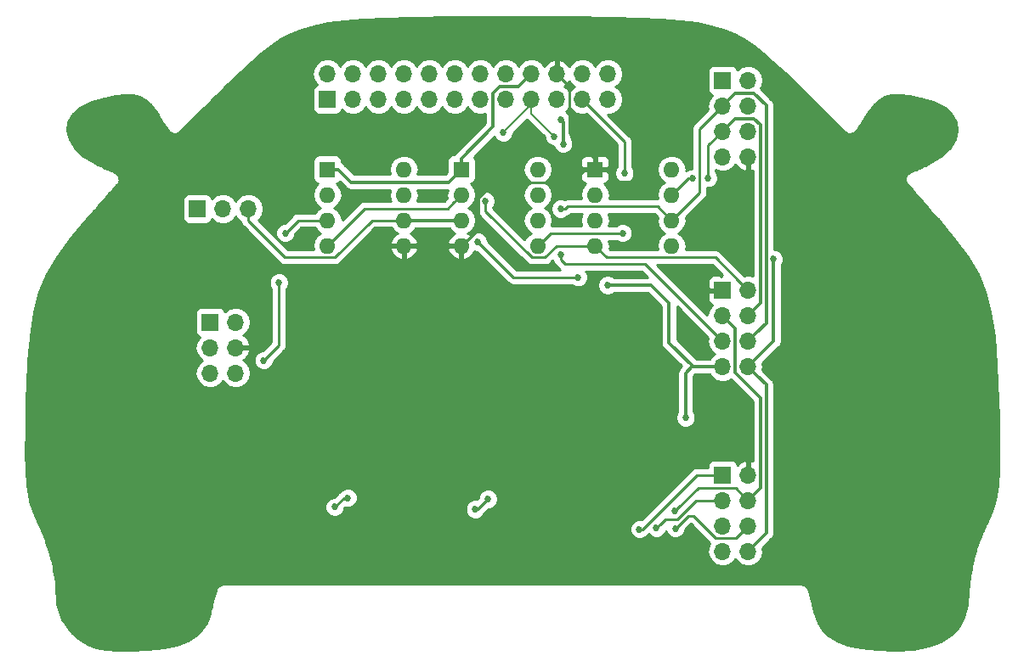
<source format=gbl>
G04 #@! TF.GenerationSoftware,KiCad,Pcbnew,5.0.0-fee4fd1~65~ubuntu16.04.1*
G04 #@! TF.CreationDate,2018-07-25T18:48:16-06:00*
G04 #@! TF.ProjectId,UPA_Shield_001,5550415F536869656C645F3030312E6B,rev?*
G04 #@! TF.SameCoordinates,Original*
G04 #@! TF.FileFunction,Copper,L2,Bot,Signal*
G04 #@! TF.FilePolarity,Positive*
%FSLAX46Y46*%
G04 Gerber Fmt 4.6, Leading zero omitted, Abs format (unit mm)*
G04 Created by KiCad (PCBNEW 5.0.0-fee4fd1~65~ubuntu16.04.1) date Wed Jul 25 18:48:16 2018*
%MOMM*%
%LPD*%
G01*
G04 APERTURE LIST*
G04 #@! TA.AperFunction,ComponentPad*
%ADD10O,1.700000X1.700000*%
G04 #@! TD*
G04 #@! TA.AperFunction,ComponentPad*
%ADD11R,1.700000X1.700000*%
G04 #@! TD*
G04 #@! TA.AperFunction,ComponentPad*
%ADD12R,1.600000X1.600000*%
G04 #@! TD*
G04 #@! TA.AperFunction,ComponentPad*
%ADD13O,1.600000X1.600000*%
G04 #@! TD*
G04 #@! TA.AperFunction,ViaPad*
%ADD14C,0.685800*%
G04 #@! TD*
G04 #@! TA.AperFunction,Conductor*
%ADD15C,0.300000*%
G04 #@! TD*
G04 #@! TA.AperFunction,Conductor*
%ADD16C,0.250000*%
G04 #@! TD*
G04 #@! TA.AperFunction,Conductor*
%ADD17C,0.254000*%
G04 #@! TD*
G04 #@! TA.AperFunction,Conductor*
%ADD18C,0.200000*%
G04 #@! TD*
G04 APERTURE END LIST*
D10*
G04 #@! TO.P,J1,24*
G04 #@! TO.N,/24*
X157480000Y-66040000D03*
G04 #@! TO.P,J1,23*
G04 #@! TO.N,/23*
X157480000Y-68580000D03*
G04 #@! TO.P,J1,22*
G04 #@! TO.N,/22*
X154940000Y-66040000D03*
G04 #@! TO.P,J1,21*
G04 #@! TO.N,/21*
X154940000Y-68580000D03*
G04 #@! TO.P,J1,20*
G04 #@! TO.N,/VSS*
X152400000Y-66040000D03*
G04 #@! TO.P,J1,19*
G04 #@! TO.N,/19*
X152400000Y-68580000D03*
G04 #@! TO.P,J1,18*
G04 #@! TO.N,/18*
X149860000Y-66040000D03*
G04 #@! TO.P,J1,17*
G04 #@! TO.N,/17*
X149860000Y-68580000D03*
G04 #@! TO.P,J1,16*
G04 #@! TO.N,/VCC*
X147320000Y-66040000D03*
G04 #@! TO.P,J1,15*
G04 #@! TO.N,/15*
X147320000Y-68580000D03*
G04 #@! TO.P,J1,14*
G04 #@! TO.N,/14*
X144780000Y-66040000D03*
G04 #@! TO.P,J1,13*
G04 #@! TO.N,/13*
X144780000Y-68580000D03*
G04 #@! TO.P,J1,12*
G04 #@! TO.N,/12*
X142240000Y-66040000D03*
G04 #@! TO.P,J1,11*
G04 #@! TO.N,/11*
X142240000Y-68580000D03*
G04 #@! TO.P,J1,10*
G04 #@! TO.N,/10*
X139700000Y-66040000D03*
G04 #@! TO.P,J1,9*
G04 #@! TO.N,/9*
X139700000Y-68580000D03*
G04 #@! TO.P,J1,8*
G04 #@! TO.N,/8*
X137160000Y-66040000D03*
G04 #@! TO.P,J1,7*
G04 #@! TO.N,/7*
X137160000Y-68580000D03*
G04 #@! TO.P,J1,6*
G04 #@! TO.N,/6*
X134620000Y-66040000D03*
G04 #@! TO.P,J1,5*
G04 #@! TO.N,/5*
X134620000Y-68580000D03*
G04 #@! TO.P,J1,4*
G04 #@! TO.N,/4*
X132080000Y-66040000D03*
G04 #@! TO.P,J1,3*
G04 #@! TO.N,/3*
X132080000Y-68580000D03*
G04 #@! TO.P,J1,2*
G04 #@! TO.N,/2*
X129540000Y-66040000D03*
D11*
G04 #@! TO.P,J1,1*
G04 #@! TO.N,/1*
X129540000Y-68580000D03*
G04 #@! TD*
G04 #@! TO.P,J2,1*
G04 #@! TO.N,Net-(J2-Pad1)*
X168910000Y-66675000D03*
D10*
G04 #@! TO.P,J2,2*
G04 #@! TO.N,/22*
X171450000Y-66675000D03*
G04 #@! TO.P,J2,3*
G04 #@! TO.N,/23*
X168910000Y-69215000D03*
G04 #@! TO.P,J2,4*
G04 #@! TO.N,/21*
X171450000Y-69215000D03*
G04 #@! TO.P,J2,5*
G04 #@! TO.N,/19*
X168910000Y-71755000D03*
G04 #@! TO.P,J2,6*
G04 #@! TO.N,/18*
X171450000Y-71755000D03*
G04 #@! TO.P,J2,7*
G04 #@! TO.N,/VCC*
X168910000Y-74295000D03*
G04 #@! TO.P,J2,8*
G04 #@! TO.N,/VSS*
X171450000Y-74295000D03*
G04 #@! TD*
D11*
G04 #@! TO.P,J3,1*
G04 #@! TO.N,/VSS*
X168910000Y-87630000D03*
D10*
G04 #@! TO.P,J3,2*
G04 #@! TO.N,/22*
X171450000Y-87630000D03*
G04 #@! TO.P,J3,3*
G04 #@! TO.N,/21*
X168910000Y-90170000D03*
G04 #@! TO.P,J3,4*
G04 #@! TO.N,/19*
X171450000Y-90170000D03*
G04 #@! TO.P,J3,5*
G04 #@! TO.N,/17*
X168910000Y-92710000D03*
G04 #@! TO.P,J3,6*
G04 #@! TO.N,/23*
X171450000Y-92710000D03*
G04 #@! TO.P,J3,7*
G04 #@! TO.N,/VCC*
X168910000Y-95250000D03*
G04 #@! TO.P,J3,8*
G04 #@! TO.N,/18*
X171450000Y-95250000D03*
G04 #@! TD*
G04 #@! TO.P,J4,8*
G04 #@! TO.N,/18*
X171450000Y-113665000D03*
G04 #@! TO.P,J4,7*
G04 #@! TO.N,/VCC*
X168910000Y-113665000D03*
G04 #@! TO.P,J4,6*
G04 #@! TO.N,/22*
X171450000Y-111125000D03*
G04 #@! TO.P,J4,5*
G04 #@! TO.N,/17*
X168910000Y-111125000D03*
G04 #@! TO.P,J4,4*
G04 #@! TO.N,/21*
X171450000Y-108585000D03*
G04 #@! TO.P,J4,3*
G04 #@! TO.N,/23*
X168910000Y-108585000D03*
G04 #@! TO.P,J4,2*
G04 #@! TO.N,/VSS*
X171450000Y-106045000D03*
D11*
G04 #@! TO.P,J4,1*
G04 #@! TO.N,/19*
X168910000Y-106045000D03*
G04 #@! TD*
G04 #@! TO.P,J6,1*
G04 #@! TO.N,Net-(J6-Pad1)*
X116586000Y-79502000D03*
D10*
G04 #@! TO.P,J6,2*
G04 #@! TO.N,Net-(C1-Pad1)*
X119126000Y-79502000D03*
G04 #@! TO.P,J6,3*
G04 #@! TO.N,/21*
X121666000Y-79502000D03*
G04 #@! TD*
D11*
G04 #@! TO.P,J11,1*
G04 #@! TO.N,Net-(J11-Pad1)*
X117856000Y-90805000D03*
D10*
G04 #@! TO.P,J11,2*
G04 #@! TO.N,Net-(C1-Pad2)*
X120396000Y-90805000D03*
G04 #@! TO.P,J11,3*
G04 #@! TO.N,/VCC*
X117856000Y-93345000D03*
G04 #@! TO.P,J11,4*
G04 #@! TO.N,/VSS*
X120396000Y-93345000D03*
G04 #@! TO.P,J11,5*
G04 #@! TO.N,/18*
X117856000Y-95885000D03*
G04 #@! TO.P,J11,6*
G04 #@! TO.N,/19*
X120396000Y-95885000D03*
G04 #@! TD*
D12*
G04 #@! TO.P,U1,1*
G04 #@! TO.N,/18*
X129540000Y-75565000D03*
D13*
G04 #@! TO.P,U1,5*
G04 #@! TO.N,/VSS*
X137160000Y-83185000D03*
G04 #@! TO.P,U1,2*
G04 #@! TO.N,/23*
X129540000Y-78105000D03*
G04 #@! TO.P,U1,6*
G04 #@! TO.N,/21*
X137160000Y-80645000D03*
G04 #@! TO.P,U1,3*
G04 #@! TO.N,/19*
X129540000Y-80645000D03*
G04 #@! TO.P,U1,7*
G04 #@! TO.N,/17*
X137160000Y-78105000D03*
G04 #@! TO.P,U1,4*
G04 #@! TO.N,/22*
X129540000Y-83185000D03*
G04 #@! TO.P,U1,8*
G04 #@! TO.N,/VCC*
X137160000Y-75565000D03*
G04 #@! TD*
G04 #@! TO.P,U4,8*
G04 #@! TO.N,/VCC*
X150495000Y-75565000D03*
G04 #@! TO.P,U4,4*
G04 #@! TO.N,/VSS*
X142875000Y-83185000D03*
G04 #@! TO.P,U4,7*
G04 #@! TO.N,/17*
X150495000Y-78105000D03*
G04 #@! TO.P,U4,3*
G04 #@! TO.N,/21*
X142875000Y-80645000D03*
G04 #@! TO.P,U4,6*
G04 #@! TO.N,/23*
X150495000Y-80645000D03*
G04 #@! TO.P,U4,2*
G04 #@! TO.N,/22*
X142875000Y-78105000D03*
G04 #@! TO.P,U4,5*
G04 #@! TO.N,/19*
X150495000Y-83185000D03*
D12*
G04 #@! TO.P,U4,1*
G04 #@! TO.N,/18*
X142875000Y-75565000D03*
G04 #@! TD*
G04 #@! TO.P,U7,1*
G04 #@! TO.N,/VSS*
X156210000Y-75565000D03*
D13*
G04 #@! TO.P,U7,5*
G04 #@! TO.N,Net-(U7-Pad5)*
X163830000Y-83185000D03*
G04 #@! TO.P,U7,2*
G04 #@! TO.N,/18*
X156210000Y-78105000D03*
G04 #@! TO.P,U7,6*
G04 #@! TO.N,/23*
X163830000Y-80645000D03*
G04 #@! TO.P,U7,3*
G04 #@! TO.N,/21*
X156210000Y-80645000D03*
G04 #@! TO.P,U7,7*
G04 #@! TO.N,/19*
X163830000Y-78105000D03*
G04 #@! TO.P,U7,4*
G04 #@! TO.N,/22*
X156210000Y-83185000D03*
G04 #@! TO.P,U7,8*
G04 #@! TO.N,/VCC*
X163830000Y-75565000D03*
G04 #@! TD*
D14*
G04 #@! TO.N,/23*
X162327572Y-111336921D03*
X152781000Y-79502000D03*
G04 #@! TO.N,/22*
X145288000Y-78740000D03*
X164211000Y-111379000D03*
G04 #@! TO.N,/21*
X159131000Y-75946000D03*
X144526000Y-82804000D03*
X154520910Y-86341709D03*
X164176314Y-109679972D03*
G04 #@! TO.N,/19*
X123190000Y-94615000D03*
X124714000Y-86868000D03*
X125349000Y-81915000D03*
X160632414Y-111463921D03*
X165896627Y-76459664D03*
X167488202Y-76438910D03*
X158963910Y-81915000D03*
G04 #@! TO.N,/18*
X153035000Y-73025000D03*
X152781000Y-70615989D03*
X174004922Y-84517289D03*
X130270206Y-109245556D03*
X131571998Y-108331000D03*
X145542000Y-108458000D03*
X144272000Y-109474000D03*
G04 #@! TO.N,/17*
X147066000Y-71882000D03*
X152146000Y-72263000D03*
X152781000Y-84074000D03*
G04 #@! TO.N,/VSS*
X117094000Y-100076000D03*
X151003000Y-109474000D03*
X161859001Y-76900999D03*
X169672000Y-100330000D03*
X120904000Y-75057000D03*
X147193000Y-76073000D03*
X163322000Y-65913000D03*
X140081000Y-71374000D03*
X130175000Y-86741000D03*
X131826000Y-78105000D03*
X139573000Y-78486000D03*
X165481000Y-91694000D03*
X131191000Y-106807000D03*
X156210000Y-86233000D03*
X159512000Y-80772000D03*
X161925000Y-83185000D03*
X165481000Y-112395000D03*
X156899927Y-109428034D03*
X158115000Y-108458000D03*
G04 #@! TO.N,/VCC*
X165227000Y-100330000D03*
X157463000Y-87122000D03*
G04 #@! TD*
D15*
G04 #@! TO.N,/23*
X173258012Y-90901988D02*
X172299999Y-91860001D01*
X168910000Y-69215000D02*
X170164001Y-67960999D01*
X172299999Y-91860001D02*
X171450000Y-92710000D01*
X173258012Y-69167090D02*
X173258012Y-90901988D01*
X172051921Y-67960999D02*
X173258012Y-69167090D01*
X170164001Y-67960999D02*
X172051921Y-67960999D01*
D16*
X153265933Y-79502000D02*
X152781000Y-79502000D01*
X163830000Y-80645000D02*
X162471101Y-79286101D01*
X153481832Y-79286101D02*
X153265933Y-79502000D01*
X162471101Y-79286101D02*
X153481832Y-79286101D01*
X168060001Y-70064999D02*
X168910000Y-69215000D01*
X163830000Y-80645000D02*
X166618528Y-77856472D01*
X166618528Y-77856472D02*
X166618528Y-71506472D01*
X166618528Y-71506472D02*
X168060001Y-70064999D01*
X163214591Y-110449902D02*
X162670471Y-110994022D01*
X166292221Y-108585000D02*
X164427319Y-110449902D01*
X168910000Y-108585000D02*
X166292221Y-108585000D01*
X164427319Y-110449902D02*
X163214591Y-110449902D01*
X162670471Y-110994022D02*
X162327572Y-111336921D01*
D17*
G04 #@! TO.N,/22*
X168186001Y-84366001D02*
X170600001Y-86780001D01*
X170600001Y-86780001D02*
X171450000Y-87630000D01*
X157391001Y-84366001D02*
X168186001Y-84366001D01*
X156210000Y-83185000D02*
X157391001Y-84366001D01*
X142075001Y-78904999D02*
X142875000Y-78105000D01*
X141516001Y-79463999D02*
X142075001Y-78904999D01*
X133261001Y-79463999D02*
X141516001Y-79463999D01*
X129540000Y-83185000D02*
X133261001Y-79463999D01*
D16*
X170220999Y-112354001D02*
X170600001Y-111974999D01*
X170600001Y-111974999D02*
X171450000Y-111125000D01*
X168234001Y-112354001D02*
X170220999Y-112354001D01*
X165989000Y-110109000D02*
X168234001Y-112354001D01*
X165481000Y-110109000D02*
X165989000Y-110109000D01*
X164211000Y-111379000D02*
X165481000Y-110109000D01*
D17*
X145288000Y-79725882D02*
X145288000Y-78740000D01*
X152400000Y-83185000D02*
X151218999Y-84366001D01*
X156210000Y-83185000D02*
X152400000Y-83185000D01*
X151218999Y-84366001D02*
X149928119Y-84366001D01*
X149928119Y-84366001D02*
X145288000Y-79725882D01*
D15*
G04 #@! TO.N,/21*
X138291370Y-80645000D02*
X142875000Y-80645000D01*
X137160000Y-80645000D02*
X138291370Y-80645000D01*
X169759999Y-91019999D02*
X168910000Y-90170000D01*
X170164001Y-95819923D02*
X170164001Y-91424001D01*
X172704001Y-107330999D02*
X172704001Y-98359923D01*
X172704001Y-98359923D02*
X170164001Y-95819923D01*
X171450000Y-108585000D02*
X172704001Y-107330999D01*
X170164001Y-91424001D02*
X169759999Y-91019999D01*
D16*
X159131000Y-72771000D02*
X154940000Y-68580000D01*
X159131000Y-75946000D02*
X159131000Y-72771000D01*
X148063709Y-86341709D02*
X154035977Y-86341709D01*
X144526000Y-82804000D02*
X148063709Y-86341709D01*
X154035977Y-86341709D02*
X154520910Y-86341709D01*
X133985000Y-80645000D02*
X137160000Y-80645000D01*
X121666000Y-79502000D02*
X121666000Y-80704081D01*
X125325920Y-84364001D02*
X130265999Y-84364001D01*
X121666000Y-80704081D02*
X125325920Y-84364001D01*
X130265999Y-84364001D02*
X133985000Y-80645000D01*
X171450000Y-108585000D02*
X170220999Y-107355999D01*
X164519213Y-109337073D02*
X164176314Y-109679972D01*
X170220999Y-107355999D02*
X166500287Y-107355999D01*
X166500287Y-107355999D02*
X164519213Y-109337073D01*
G04 #@! TO.N,/19*
X124714000Y-93091000D02*
X124714000Y-86868000D01*
X123190000Y-94615000D02*
X124714000Y-93091000D01*
X126619000Y-80645000D02*
X129540000Y-80645000D01*
X125349000Y-81915000D02*
X126619000Y-80645000D01*
D15*
X172704001Y-88915999D02*
X172299999Y-89320001D01*
X170164001Y-70500999D02*
X172051921Y-70500999D01*
X168910000Y-71755000D02*
X170164001Y-70500999D01*
X172299999Y-89320001D02*
X171450000Y-90170000D01*
X172704001Y-71153079D02*
X172704001Y-88915999D01*
X172051921Y-70500999D02*
X172704001Y-71153079D01*
D17*
X165475336Y-76459664D02*
X165896627Y-76459664D01*
X163830000Y-78105000D02*
X165475336Y-76459664D01*
X167488202Y-73176798D02*
X167488202Y-75953977D01*
X168910000Y-71755000D02*
X167488202Y-73176798D01*
X167488202Y-75953977D02*
X167488202Y-76438910D01*
D16*
X160951079Y-111463921D02*
X160632414Y-111463921D01*
X166370000Y-106045000D02*
X160951079Y-111463921D01*
X168910000Y-106045000D02*
X166370000Y-106045000D01*
D17*
X150495000Y-83185000D02*
X151765000Y-81915000D01*
X158478977Y-81915000D02*
X158963910Y-81915000D01*
X151765000Y-81915000D02*
X158478977Y-81915000D01*
D15*
G04 #@! TO.N,/18*
X149010001Y-66889999D02*
X149860000Y-66040000D01*
X146734078Y-67310000D02*
X148590000Y-67310000D01*
X142875000Y-75565000D02*
X142875000Y-74465000D01*
X142875000Y-74465000D02*
X146050000Y-71290000D01*
X148590000Y-67310000D02*
X149010001Y-66889999D01*
X146050000Y-71290000D02*
X146050000Y-67994078D01*
X146050000Y-67994078D02*
X146734078Y-67310000D01*
X153035000Y-70869989D02*
X152781000Y-70615989D01*
X153035000Y-73025000D02*
X153035000Y-70869989D01*
X174004922Y-92695078D02*
X174004922Y-85002222D01*
X171450000Y-95250000D02*
X174004922Y-92695078D01*
X174004922Y-85002222D02*
X174004922Y-84517289D01*
X172299999Y-96099999D02*
X171450000Y-95250000D01*
X171450000Y-113665000D02*
X173258012Y-111856988D01*
X173258012Y-97058012D02*
X172299999Y-96099999D01*
X173258012Y-111856988D02*
X173258012Y-97058012D01*
X131910000Y-76835000D02*
X141605000Y-76835000D01*
X141605000Y-76835000D02*
X142875000Y-75565000D01*
X130640000Y-75565000D02*
X131910000Y-76835000D01*
X129540000Y-75565000D02*
X130640000Y-75565000D01*
D16*
X130270206Y-109245556D02*
X131184762Y-108331000D01*
X131184762Y-108331000D02*
X131571998Y-108331000D01*
X145542000Y-108458000D02*
X144526000Y-109474000D01*
X144526000Y-109474000D02*
X144272000Y-109474000D01*
D18*
G04 #@! TO.N,/17*
X149860000Y-69088000D02*
X149860000Y-68580000D01*
X147066000Y-71882000D02*
X149860000Y-69088000D01*
X152146000Y-72263000D02*
X149860000Y-69977000D01*
X149860000Y-69977000D02*
X149860000Y-69782081D01*
X149860000Y-69782081D02*
X149860000Y-68580000D01*
D17*
X161163000Y-84963000D02*
X168910000Y-92710000D01*
X153185067Y-84963000D02*
X161163000Y-84963000D01*
X152781000Y-84558933D02*
X153185067Y-84963000D01*
X152781000Y-84074000D02*
X152781000Y-84558933D01*
D15*
G04 #@! TO.N,/VSS*
X137160000Y-83185000D02*
X142875000Y-83185000D01*
D16*
X153249999Y-66889999D02*
X152400000Y-66040000D01*
X156210000Y-75565000D02*
X156210000Y-74515000D01*
X156210000Y-74515000D02*
X153670000Y-71975000D01*
X153670000Y-67310000D02*
X153249999Y-66889999D01*
X155160000Y-75565000D02*
X156210000Y-75565000D01*
X142875000Y-83185000D02*
X144566099Y-81493901D01*
X146124586Y-76835000D02*
X153890000Y-76835000D01*
X144566099Y-78393487D02*
X146124586Y-76835000D01*
X153890000Y-76835000D02*
X155160000Y-75565000D01*
X144566099Y-81493901D02*
X144566099Y-78393487D01*
X153670000Y-71975000D02*
X153670000Y-70231000D01*
X153670000Y-70231000D02*
X153670000Y-67310000D01*
D15*
X157310000Y-75565000D02*
X156210000Y-75565000D01*
X158645999Y-76900999D02*
X157310000Y-75565000D01*
X161859001Y-76900999D02*
X158645999Y-76900999D01*
X159512000Y-80772000D02*
X159854899Y-81114899D01*
X159854899Y-81114899D02*
X160909000Y-82169000D01*
X160909000Y-82169000D02*
X161925000Y-83185000D01*
D17*
X156853961Y-109474000D02*
X156899927Y-109428034D01*
D15*
X157869961Y-108458000D02*
X158115000Y-108458000D01*
X156899927Y-109428034D02*
X157869961Y-108458000D01*
D17*
X151003000Y-109474000D02*
X156853961Y-109474000D01*
D15*
G04 #@! TO.N,/VCC*
X165227000Y-95885000D02*
X165862000Y-95250000D01*
X165227000Y-100330000D02*
X165227000Y-95885000D01*
X163576000Y-92837000D02*
X163576000Y-88900000D01*
X163576000Y-88900000D02*
X161798000Y-87122000D01*
X165989000Y-95250000D02*
X163576000Y-92837000D01*
X165862000Y-95250000D02*
X168910000Y-95250000D01*
X161798000Y-87122000D02*
X157463000Y-87122000D01*
X168910000Y-95250000D02*
X165989000Y-95250000D01*
G04 #@! TD*
D17*
G04 #@! TO.N,/VSS*
G36*
X149921658Y-60386591D02*
X151768217Y-60388555D01*
X153499230Y-60393513D01*
X155119324Y-60402852D01*
X156633924Y-60417519D01*
X158046233Y-60438473D01*
X160592609Y-60504912D01*
X162793975Y-60612376D01*
X164690390Y-60769730D01*
X166320764Y-60985284D01*
X167725340Y-61266606D01*
X168947364Y-61620861D01*
X170034113Y-62056712D01*
X171035829Y-62586470D01*
X172001737Y-63226056D01*
X172976891Y-63992112D01*
X174002089Y-64898823D01*
X175115938Y-65957158D01*
X176356363Y-67175628D01*
X176996858Y-67808661D01*
X176996861Y-67808663D01*
X177583377Y-68388348D01*
X177583383Y-68388352D01*
X178169906Y-68968038D01*
X178725410Y-69517070D01*
X179332478Y-70117075D01*
X179819487Y-70598419D01*
X179819489Y-70598422D01*
X179851238Y-70629801D01*
X179929452Y-70707105D01*
X179929459Y-70707110D01*
X180497439Y-71268465D01*
X180937394Y-71703296D01*
X180937899Y-71704485D01*
X181048218Y-71812829D01*
X181102510Y-71866489D01*
X181103563Y-71867184D01*
X181160697Y-71923295D01*
X181232624Y-71952330D01*
X181297374Y-71995048D01*
X181376011Y-72010212D01*
X181450270Y-72040188D01*
X181527834Y-72039488D01*
X181604002Y-72054175D01*
X181682457Y-72038091D01*
X181762533Y-72037368D01*
X181833923Y-72007039D01*
X181909917Y-71991460D01*
X181976245Y-71946577D01*
X182049949Y-71915265D01*
X182104298Y-71859925D01*
X182168545Y-71816450D01*
X182212649Y-71749599D01*
X182213526Y-71748706D01*
X182255069Y-71685301D01*
X182340512Y-71555790D01*
X182340757Y-71554519D01*
X182375318Y-71501770D01*
X182375322Y-71501766D01*
X182423640Y-71428017D01*
X182460056Y-71372438D01*
X182460058Y-71372434D01*
X182575924Y-71195587D01*
X182698887Y-71007923D01*
X182698890Y-71007920D01*
X182763662Y-70909065D01*
X182783628Y-70878593D01*
X182783629Y-70878591D01*
X182860683Y-70760990D01*
X182860689Y-70760984D01*
X183022481Y-70514048D01*
X183022484Y-70514045D01*
X183093880Y-70405075D01*
X183107218Y-70384718D01*
X183107219Y-70384715D01*
X183236917Y-70186760D01*
X183346049Y-70020207D01*
X183346051Y-70020205D01*
X183389133Y-69954454D01*
X183430790Y-69890879D01*
X183430792Y-69890875D01*
X183533056Y-69734800D01*
X184029052Y-69095397D01*
X184537697Y-68650516D01*
X185097046Y-68350481D01*
X185749525Y-68175615D01*
X186537934Y-68128900D01*
X187487609Y-68224505D01*
X188609681Y-68473320D01*
X189875058Y-68868579D01*
X191046361Y-69445914D01*
X191789930Y-70134475D01*
X192186978Y-70888586D01*
X192284294Y-71691802D01*
X192083816Y-72545458D01*
X191553393Y-73423871D01*
X190661848Y-74269652D01*
X189358759Y-75031632D01*
X189095790Y-75151452D01*
X189095789Y-75151453D01*
X188960433Y-75213127D01*
X188778642Y-75295952D01*
X188778641Y-75295952D01*
X188744809Y-75311366D01*
X188637939Y-75360057D01*
X188637935Y-75360060D01*
X188549698Y-75400262D01*
X188549685Y-75400265D01*
X188468473Y-75437269D01*
X188409000Y-75464366D01*
X188408992Y-75464372D01*
X188188144Y-75565001D01*
X188039772Y-75632606D01*
X187722199Y-75777296D01*
X187722197Y-75777297D01*
X187669660Y-75801234D01*
X187630408Y-75806475D01*
X187528612Y-75865497D01*
X187493258Y-75881605D01*
X187461883Y-75904187D01*
X187360257Y-75963111D01*
X187336087Y-75994730D01*
X187303783Y-76017981D01*
X187241955Y-76117874D01*
X187170611Y-76211206D01*
X187160381Y-76249670D01*
X187139434Y-76283512D01*
X187120540Y-76399458D01*
X187090343Y-76512991D01*
X187095611Y-76552443D01*
X187089210Y-76591723D01*
X187116124Y-76706072D01*
X187131673Y-76822520D01*
X187151637Y-76856951D01*
X187160755Y-76895692D01*
X187229385Y-76991044D01*
X187248771Y-77024479D01*
X187274435Y-77053635D01*
X187343179Y-77149145D01*
X187376852Y-77169987D01*
X187733306Y-77574939D01*
X187733311Y-77574943D01*
X188013519Y-77893271D01*
X188395890Y-78327666D01*
X188395891Y-78327668D01*
X188395900Y-78327678D01*
X188498051Y-78443727D01*
X188498054Y-78443729D01*
X188778263Y-78762058D01*
X189160640Y-79196457D01*
X189160640Y-79196458D01*
X189172560Y-79210000D01*
X189262800Y-79312516D01*
X189564718Y-79655509D01*
X189925375Y-80065239D01*
X189925375Y-80065240D01*
X190356525Y-80555056D01*
X191251384Y-81589847D01*
X192039079Y-82545453D01*
X193351040Y-84327014D01*
X194337906Y-86024972D01*
X195063901Y-87794317D01*
X195583989Y-89796858D01*
X195941743Y-92193340D01*
X196070365Y-93571386D01*
X196173778Y-95106875D01*
X196256515Y-96808062D01*
X196324079Y-98692040D01*
X196367821Y-100175295D01*
X196400631Y-101506473D01*
X196428623Y-103765889D01*
X196398343Y-105559349D01*
X196301705Y-106982005D01*
X196132320Y-108132973D01*
X195882323Y-109122635D01*
X195536632Y-110069663D01*
X195099537Y-111032406D01*
X195097870Y-111034764D01*
X195067588Y-111102775D01*
X195036810Y-111170567D01*
X195036152Y-111173379D01*
X194763930Y-111784776D01*
X194752527Y-111802922D01*
X194732551Y-111855250D01*
X194709758Y-111906442D01*
X194705026Y-111927353D01*
X194442634Y-112614702D01*
X194433658Y-112630565D01*
X194415109Y-112686806D01*
X194393990Y-112742128D01*
X194390937Y-112760096D01*
X194153446Y-113480170D01*
X194145776Y-113495183D01*
X194129270Y-113553471D01*
X194110296Y-113611000D01*
X194108241Y-113627732D01*
X193901313Y-114358457D01*
X193894241Y-114373904D01*
X193880285Y-114432713D01*
X193863814Y-114490878D01*
X193862463Y-114507816D01*
X193691825Y-115226876D01*
X193684850Y-115244237D01*
X193674009Y-115301954D01*
X193660445Y-115359110D01*
X193659759Y-115377813D01*
X193530935Y-116063635D01*
X193523702Y-116085127D01*
X193516692Y-116139463D01*
X193506577Y-116193312D01*
X193506819Y-116215989D01*
X193425115Y-116849286D01*
X193417648Y-116878839D01*
X193415244Y-116925797D01*
X193409230Y-116972415D01*
X193411302Y-117002817D01*
X193381237Y-117590166D01*
X193263454Y-119067653D01*
X192933451Y-120261399D01*
X192400448Y-121238080D01*
X191659920Y-122029235D01*
X190685787Y-122657428D01*
X189449577Y-123122289D01*
X187937046Y-123410403D01*
X186139176Y-123509125D01*
X184269799Y-123454236D01*
X182676675Y-123286559D01*
X181361884Y-123006312D01*
X180312112Y-122618337D01*
X179502490Y-122129654D01*
X178891752Y-121536976D01*
X178436632Y-120813446D01*
X178104118Y-119890663D01*
X178075989Y-119782008D01*
X178055775Y-119703920D01*
X178055774Y-119703908D01*
X178033976Y-119619712D01*
X178017028Y-119554242D01*
X178017024Y-119554234D01*
X177978605Y-119405838D01*
X177955897Y-119318124D01*
X177940529Y-119258758D01*
X177940528Y-119258749D01*
X177885764Y-119047212D01*
X177863696Y-118961964D01*
X177863695Y-118961945D01*
X177840577Y-118872656D01*
X177824950Y-118812292D01*
X177824944Y-118812280D01*
X177801820Y-118722969D01*
X177786865Y-118665198D01*
X177786864Y-118665189D01*
X177755112Y-118542546D01*
X177748115Y-118515516D01*
X177748114Y-118515513D01*
X177723642Y-118420989D01*
X177671284Y-118218738D01*
X177639870Y-118097389D01*
X177633201Y-118071627D01*
X177633200Y-118071607D01*
X177613237Y-117994506D01*
X177594458Y-117921961D01*
X177594448Y-117921940D01*
X177576143Y-117851242D01*
X177556375Y-117774878D01*
X177556374Y-117774864D01*
X177530438Y-117674682D01*
X177517628Y-117625198D01*
X177517625Y-117625191D01*
X177504189Y-117573293D01*
X177478091Y-117442091D01*
X177421783Y-117357820D01*
X177377730Y-117266548D01*
X177335810Y-117229152D01*
X177304599Y-117182442D01*
X177220329Y-117126134D01*
X177144700Y-117058668D01*
X177091661Y-117040161D01*
X177044950Y-117008950D01*
X176945543Y-116989177D01*
X176849856Y-116955789D01*
X176716316Y-116963406D01*
X119194950Y-116963406D01*
X119061417Y-116955789D01*
X118965730Y-116989177D01*
X118866323Y-117008950D01*
X118819612Y-117040161D01*
X118766573Y-117058668D01*
X118690944Y-117126134D01*
X118606674Y-117182442D01*
X118575463Y-117229152D01*
X118533543Y-117266548D01*
X118489490Y-117357820D01*
X118433182Y-117442091D01*
X118407084Y-117573294D01*
X118354899Y-117774865D01*
X118354899Y-117774868D01*
X118328230Y-117877881D01*
X118316822Y-117921942D01*
X118316820Y-117921947D01*
X118298569Y-117992444D01*
X118278070Y-118071622D01*
X118278070Y-118071628D01*
X118259068Y-118145025D01*
X118201555Y-118366846D01*
X118201555Y-118366847D01*
X118047659Y-118960409D01*
X117970685Y-119257286D01*
X117970643Y-119257374D01*
X117951768Y-119330247D01*
X117931904Y-119406861D01*
X117931898Y-119406963D01*
X117875382Y-119625164D01*
X117806624Y-119890629D01*
X117474109Y-120813457D01*
X117018995Y-121536973D01*
X116408260Y-122129651D01*
X115598645Y-122618343D01*
X114548893Y-123006339D01*
X113234124Y-123286556D01*
X111640978Y-123454209D01*
X109755862Y-123509587D01*
X108594996Y-123492435D01*
X107633402Y-123435280D01*
X106850533Y-123332162D01*
X106213168Y-123179342D01*
X105677674Y-122971953D01*
X105192043Y-122696316D01*
X104707924Y-122328780D01*
X104268810Y-121920442D01*
X104259060Y-121901830D01*
X104238513Y-121884678D01*
X104223631Y-121860456D01*
X104159059Y-121813654D01*
X103774980Y-121396061D01*
X103428499Y-120940505D01*
X103146374Y-120475760D01*
X102922050Y-119992000D01*
X102750390Y-119477640D01*
X102628464Y-118920850D01*
X102555283Y-118311152D01*
X102532429Y-117684326D01*
X102533271Y-117678569D01*
X102529613Y-117607084D01*
X102527007Y-117535618D01*
X102525666Y-117529961D01*
X102498689Y-117002830D01*
X102500762Y-116972412D01*
X102494747Y-116925794D01*
X102492345Y-116878858D01*
X102484878Y-116849302D01*
X102403163Y-116215988D01*
X102403405Y-116193317D01*
X102393289Y-116139464D01*
X102386278Y-116085124D01*
X102379046Y-116063638D01*
X102250225Y-115377829D01*
X102249540Y-115359136D01*
X102235978Y-115301983D01*
X102225134Y-115244251D01*
X102218160Y-115226893D01*
X102047534Y-114507825D01*
X102046182Y-114490879D01*
X102029713Y-114432725D01*
X102015760Y-114373921D01*
X102008684Y-114358465D01*
X101801750Y-113627732D01*
X101799693Y-113610993D01*
X101780715Y-113553453D01*
X101764213Y-113495182D01*
X101756544Y-113480170D01*
X101519043Y-112760098D01*
X101515990Y-112742133D01*
X101494868Y-112686802D01*
X101476318Y-112630562D01*
X101467345Y-112614704D01*
X101204952Y-111927356D01*
X101200220Y-111906444D01*
X101177428Y-111855255D01*
X101157452Y-111802927D01*
X101146049Y-111784780D01*
X100873831Y-111173400D01*
X100873175Y-111170596D01*
X100842427Y-111102869D01*
X100812112Y-111034784D01*
X100810447Y-111032428D01*
X100373365Y-110069693D01*
X100027703Y-109122666D01*
X100009613Y-109051040D01*
X129292306Y-109051040D01*
X129292306Y-109440072D01*
X129441183Y-109799492D01*
X129716270Y-110074579D01*
X130075690Y-110223456D01*
X130464722Y-110223456D01*
X130824142Y-110074579D01*
X131099229Y-109799492D01*
X131248106Y-109440072D01*
X131248106Y-109342458D01*
X131309729Y-109280836D01*
X131377482Y-109308900D01*
X131766514Y-109308900D01*
X131837530Y-109279484D01*
X143294100Y-109279484D01*
X143294100Y-109668516D01*
X143442977Y-110027936D01*
X143718064Y-110303023D01*
X144077484Y-110451900D01*
X144466516Y-110451900D01*
X144825936Y-110303023D01*
X145101023Y-110027936D01*
X145139319Y-109935483D01*
X145638902Y-109435900D01*
X145736516Y-109435900D01*
X146095936Y-109287023D01*
X146371023Y-109011936D01*
X146519900Y-108652516D01*
X146519900Y-108263484D01*
X146371023Y-107904064D01*
X146095936Y-107628977D01*
X145736516Y-107480100D01*
X145347484Y-107480100D01*
X144988064Y-107628977D01*
X144712977Y-107904064D01*
X144564100Y-108263484D01*
X144564100Y-108361098D01*
X144429099Y-108496100D01*
X144077484Y-108496100D01*
X143718064Y-108644977D01*
X143442977Y-108920064D01*
X143294100Y-109279484D01*
X131837530Y-109279484D01*
X132125934Y-109160023D01*
X132401021Y-108884936D01*
X132549898Y-108525516D01*
X132549898Y-108136484D01*
X132401021Y-107777064D01*
X132125934Y-107501977D01*
X131766514Y-107353100D01*
X131377482Y-107353100D01*
X131018062Y-107501977D01*
X130909094Y-107610945D01*
X130888225Y-107615096D01*
X130855008Y-107637291D01*
X130700288Y-107740671D01*
X130700286Y-107740673D01*
X130636833Y-107783071D01*
X130594435Y-107846525D01*
X130173304Y-108267656D01*
X130075690Y-108267656D01*
X129716270Y-108416533D01*
X129441183Y-108691620D01*
X129292306Y-109051040D01*
X100009613Y-109051040D01*
X99777735Y-108132970D01*
X99608289Y-106981999D01*
X99511608Y-105559348D01*
X99481374Y-103765909D01*
X99509363Y-101506491D01*
X99542171Y-100175425D01*
X99585926Y-98692000D01*
X99653493Y-96808074D01*
X99736225Y-95106907D01*
X99839632Y-93571392D01*
X99860762Y-93345000D01*
X116341908Y-93345000D01*
X116457161Y-93924418D01*
X116785375Y-94415625D01*
X117083761Y-94615000D01*
X116785375Y-94814375D01*
X116457161Y-95305582D01*
X116341908Y-95885000D01*
X116457161Y-96464418D01*
X116785375Y-96955625D01*
X117276582Y-97283839D01*
X117709744Y-97370000D01*
X118002256Y-97370000D01*
X118435418Y-97283839D01*
X118926625Y-96955625D01*
X119126000Y-96657239D01*
X119325375Y-96955625D01*
X119816582Y-97283839D01*
X120249744Y-97370000D01*
X120542256Y-97370000D01*
X120975418Y-97283839D01*
X121466625Y-96955625D01*
X121794839Y-96464418D01*
X121910092Y-95885000D01*
X121794839Y-95305582D01*
X121466625Y-94814375D01*
X121147522Y-94601157D01*
X121277358Y-94540183D01*
X121386443Y-94420484D01*
X122212100Y-94420484D01*
X122212100Y-94809516D01*
X122360977Y-95168936D01*
X122636064Y-95444023D01*
X122995484Y-95592900D01*
X123384516Y-95592900D01*
X123743936Y-95444023D01*
X124019023Y-95168936D01*
X124167900Y-94809516D01*
X124167900Y-94711902D01*
X125198476Y-93681327D01*
X125261929Y-93638929D01*
X125304327Y-93575476D01*
X125304329Y-93575474D01*
X125429903Y-93387538D01*
X125429904Y-93387537D01*
X125474000Y-93165852D01*
X125474000Y-93165848D01*
X125488888Y-93091001D01*
X125474000Y-93016154D01*
X125474000Y-87490959D01*
X125543023Y-87421936D01*
X125691900Y-87062516D01*
X125691900Y-86673484D01*
X125543023Y-86314064D01*
X125267936Y-86038977D01*
X124908516Y-85890100D01*
X124519484Y-85890100D01*
X124160064Y-86038977D01*
X123884977Y-86314064D01*
X123736100Y-86673484D01*
X123736100Y-87062516D01*
X123884977Y-87421936D01*
X123954001Y-87490960D01*
X123954000Y-92776197D01*
X123093098Y-93637100D01*
X122995484Y-93637100D01*
X122636064Y-93785977D01*
X122360977Y-94061064D01*
X122212100Y-94420484D01*
X121386443Y-94420484D01*
X121667645Y-94111924D01*
X121837476Y-93701890D01*
X121716155Y-93472000D01*
X120523000Y-93472000D01*
X120523000Y-93492000D01*
X120269000Y-93492000D01*
X120269000Y-93472000D01*
X120249000Y-93472000D01*
X120249000Y-93218000D01*
X120269000Y-93218000D01*
X120269000Y-93198000D01*
X120523000Y-93198000D01*
X120523000Y-93218000D01*
X121716155Y-93218000D01*
X121837476Y-92988110D01*
X121667645Y-92578076D01*
X121277358Y-92149817D01*
X121147522Y-92088843D01*
X121466625Y-91875625D01*
X121794839Y-91384418D01*
X121910092Y-90805000D01*
X121794839Y-90225582D01*
X121466625Y-89734375D01*
X120975418Y-89406161D01*
X120542256Y-89320000D01*
X120249744Y-89320000D01*
X119816582Y-89406161D01*
X119325375Y-89734375D01*
X119313184Y-89752619D01*
X119304157Y-89707235D01*
X119163809Y-89497191D01*
X118953765Y-89356843D01*
X118706000Y-89307560D01*
X117006000Y-89307560D01*
X116758235Y-89356843D01*
X116548191Y-89497191D01*
X116407843Y-89707235D01*
X116358560Y-89955000D01*
X116358560Y-91655000D01*
X116407843Y-91902765D01*
X116548191Y-92112809D01*
X116758235Y-92253157D01*
X116803619Y-92262184D01*
X116785375Y-92274375D01*
X116457161Y-92765582D01*
X116341908Y-93345000D01*
X99860762Y-93345000D01*
X99968255Y-92193339D01*
X100326004Y-89796868D01*
X100846086Y-87794310D01*
X101572094Y-86024982D01*
X102558970Y-84327025D01*
X103870930Y-82545449D01*
X104658663Y-81589792D01*
X105553511Y-80555023D01*
X105882466Y-80181316D01*
X106264845Y-79746919D01*
X106264851Y-79746914D01*
X106312603Y-79692663D01*
X106367003Y-79630863D01*
X106367008Y-79630855D01*
X106749376Y-79196451D01*
X106749377Y-79196449D01*
X107078281Y-78822787D01*
X107228617Y-78652000D01*
X115088560Y-78652000D01*
X115088560Y-80352000D01*
X115137843Y-80599765D01*
X115278191Y-80809809D01*
X115488235Y-80950157D01*
X115736000Y-80999440D01*
X117436000Y-80999440D01*
X117683765Y-80950157D01*
X117893809Y-80809809D01*
X118034157Y-80599765D01*
X118043184Y-80554381D01*
X118055375Y-80572625D01*
X118546582Y-80900839D01*
X118979744Y-80987000D01*
X119272256Y-80987000D01*
X119705418Y-80900839D01*
X120196625Y-80572625D01*
X120396000Y-80274239D01*
X120595375Y-80572625D01*
X120906287Y-80780370D01*
X120950097Y-81000618D01*
X121051916Y-81153000D01*
X121118072Y-81252010D01*
X121181528Y-81294410D01*
X124735591Y-84848474D01*
X124777991Y-84911930D01*
X125029383Y-85079905D01*
X125251068Y-85124001D01*
X125251072Y-85124001D01*
X125325920Y-85138889D01*
X125400768Y-85124001D01*
X130191152Y-85124001D01*
X130265999Y-85138889D01*
X130340846Y-85124001D01*
X130340851Y-85124001D01*
X130562536Y-85079905D01*
X130813928Y-84911930D01*
X130856330Y-84848471D01*
X132170762Y-83534039D01*
X135768096Y-83534039D01*
X135928959Y-83922423D01*
X136304866Y-84337389D01*
X136810959Y-84576914D01*
X137033000Y-84455629D01*
X137033000Y-83312000D01*
X137287000Y-83312000D01*
X137287000Y-84455629D01*
X137509041Y-84576914D01*
X138015134Y-84337389D01*
X138391041Y-83922423D01*
X138551904Y-83534039D01*
X141483096Y-83534039D01*
X141643959Y-83922423D01*
X142019866Y-84337389D01*
X142525959Y-84576914D01*
X142748000Y-84455629D01*
X142748000Y-83312000D01*
X141605085Y-83312000D01*
X141483096Y-83534039D01*
X138551904Y-83534039D01*
X138429915Y-83312000D01*
X137287000Y-83312000D01*
X137033000Y-83312000D01*
X135890085Y-83312000D01*
X135768096Y-83534039D01*
X132170762Y-83534039D01*
X134299802Y-81405000D01*
X135941957Y-81405000D01*
X136125423Y-81679577D01*
X136509108Y-81935947D01*
X136304866Y-82032611D01*
X135928959Y-82447577D01*
X135768096Y-82835961D01*
X135890085Y-83058000D01*
X137033000Y-83058000D01*
X137033000Y-83038000D01*
X137287000Y-83038000D01*
X137287000Y-83058000D01*
X138429915Y-83058000D01*
X138551904Y-82835961D01*
X138391041Y-82447577D01*
X138015134Y-82032611D01*
X137810892Y-81935947D01*
X138194577Y-81679577D01*
X138361339Y-81430000D01*
X141673661Y-81430000D01*
X141840423Y-81679577D01*
X142224108Y-81935947D01*
X142019866Y-82032611D01*
X141643959Y-82447577D01*
X141483096Y-82835961D01*
X141605085Y-83058000D01*
X142748000Y-83058000D01*
X142748000Y-83038000D01*
X143002000Y-83038000D01*
X143002000Y-83058000D01*
X143022000Y-83058000D01*
X143022000Y-83312000D01*
X143002000Y-83312000D01*
X143002000Y-84455629D01*
X143224041Y-84576914D01*
X143730134Y-84337389D01*
X144106041Y-83922423D01*
X144188734Y-83722771D01*
X144331484Y-83781900D01*
X144429099Y-83781900D01*
X147473380Y-86826182D01*
X147515780Y-86889638D01*
X147767172Y-87057613D01*
X147988857Y-87101709D01*
X147988861Y-87101709D01*
X148063708Y-87116597D01*
X148138555Y-87101709D01*
X153897951Y-87101709D01*
X153966974Y-87170732D01*
X154326394Y-87319609D01*
X154715426Y-87319609D01*
X155074846Y-87170732D01*
X155349933Y-86895645D01*
X155498810Y-86536225D01*
X155498810Y-86147193D01*
X155349933Y-85787773D01*
X155287160Y-85725000D01*
X160847370Y-85725000D01*
X161459370Y-86337000D01*
X158060959Y-86337000D01*
X158016936Y-86292977D01*
X157657516Y-86144100D01*
X157268484Y-86144100D01*
X156909064Y-86292977D01*
X156633977Y-86568064D01*
X156485100Y-86927484D01*
X156485100Y-87316516D01*
X156633977Y-87675936D01*
X156909064Y-87951023D01*
X157268484Y-88099900D01*
X157657516Y-88099900D01*
X158016936Y-87951023D01*
X158060959Y-87907000D01*
X161472843Y-87907000D01*
X162791001Y-89225158D01*
X162791000Y-92759688D01*
X162775622Y-92837000D01*
X162791000Y-92914312D01*
X162791000Y-92914315D01*
X162826145Y-93091001D01*
X162836546Y-93143291D01*
X162915218Y-93261031D01*
X163010047Y-93402953D01*
X163075592Y-93446749D01*
X164815343Y-95186500D01*
X164726590Y-95275253D01*
X164661048Y-95319047D01*
X164617254Y-95384589D01*
X164617251Y-95384592D01*
X164487546Y-95578709D01*
X164426622Y-95885000D01*
X164442001Y-95962317D01*
X164442000Y-99732041D01*
X164397977Y-99776064D01*
X164249100Y-100135484D01*
X164249100Y-100524516D01*
X164397977Y-100883936D01*
X164673064Y-101159023D01*
X165032484Y-101307900D01*
X165421516Y-101307900D01*
X165780936Y-101159023D01*
X166056023Y-100883936D01*
X166204900Y-100524516D01*
X166204900Y-100135484D01*
X166056023Y-99776064D01*
X166012000Y-99732041D01*
X166012000Y-96210157D01*
X166187157Y-96035000D01*
X167648526Y-96035000D01*
X167839375Y-96320625D01*
X168330582Y-96648839D01*
X168763744Y-96735000D01*
X169056256Y-96735000D01*
X169489418Y-96648839D01*
X169725209Y-96491288D01*
X171919002Y-98685082D01*
X171919001Y-104656163D01*
X171806892Y-104603514D01*
X171577000Y-104724181D01*
X171577000Y-105918000D01*
X171597000Y-105918000D01*
X171597000Y-106172000D01*
X171577000Y-106172000D01*
X171577000Y-106192000D01*
X171323000Y-106192000D01*
X171323000Y-106172000D01*
X171303000Y-106172000D01*
X171303000Y-105918000D01*
X171323000Y-105918000D01*
X171323000Y-104724181D01*
X171093108Y-104603514D01*
X170568642Y-104849817D01*
X170379961Y-105056855D01*
X170358157Y-104947235D01*
X170217809Y-104737191D01*
X170007765Y-104596843D01*
X169760000Y-104547560D01*
X168060000Y-104547560D01*
X167812235Y-104596843D01*
X167602191Y-104737191D01*
X167461843Y-104947235D01*
X167412560Y-105195000D01*
X167412560Y-105285000D01*
X166444848Y-105285000D01*
X166370000Y-105270112D01*
X166295152Y-105285000D01*
X166295148Y-105285000D01*
X166073463Y-105329096D01*
X165822071Y-105497071D01*
X165779671Y-105560527D01*
X160846197Y-110494002D01*
X160826930Y-110486021D01*
X160437898Y-110486021D01*
X160078478Y-110634898D01*
X159803391Y-110909985D01*
X159654514Y-111269405D01*
X159654514Y-111658437D01*
X159803391Y-112017857D01*
X160078478Y-112292944D01*
X160437898Y-112441821D01*
X160826930Y-112441821D01*
X161186350Y-112292944D01*
X161403884Y-112075410D01*
X161499008Y-112011850D01*
X161541410Y-111948391D01*
X161548747Y-111941055D01*
X161773636Y-112165944D01*
X162133056Y-112314821D01*
X162522088Y-112314821D01*
X162881508Y-112165944D01*
X163156595Y-111890857D01*
X163260571Y-111639837D01*
X163381977Y-111932936D01*
X163657064Y-112208023D01*
X164016484Y-112356900D01*
X164405516Y-112356900D01*
X164764936Y-112208023D01*
X165040023Y-111932936D01*
X165188900Y-111573516D01*
X165188900Y-111475901D01*
X165735000Y-110929801D01*
X167643672Y-112838474D01*
X167659973Y-112862870D01*
X167511161Y-113085582D01*
X167395908Y-113665000D01*
X167511161Y-114244418D01*
X167839375Y-114735625D01*
X168330582Y-115063839D01*
X168763744Y-115150000D01*
X169056256Y-115150000D01*
X169489418Y-115063839D01*
X169980625Y-114735625D01*
X170180000Y-114437239D01*
X170379375Y-114735625D01*
X170870582Y-115063839D01*
X171303744Y-115150000D01*
X171596256Y-115150000D01*
X172029418Y-115063839D01*
X172520625Y-114735625D01*
X172848839Y-114244418D01*
X172964092Y-113665000D01*
X172897075Y-113328082D01*
X173758423Y-112466735D01*
X173823965Y-112422941D01*
X173867759Y-112357399D01*
X173867761Y-112357397D01*
X173997466Y-112163280D01*
X174034917Y-111974999D01*
X174043012Y-111934304D01*
X174043012Y-111934301D01*
X174058390Y-111856989D01*
X174043012Y-111779677D01*
X174043012Y-97135324D01*
X174058390Y-97058012D01*
X174043012Y-96980700D01*
X174043012Y-96980696D01*
X173997466Y-96751720D01*
X173986294Y-96735000D01*
X173867761Y-96557603D01*
X173867759Y-96557601D01*
X173823965Y-96492059D01*
X173758423Y-96448265D01*
X172909750Y-95599593D01*
X172909748Y-95599590D01*
X172897075Y-95586917D01*
X172964092Y-95250000D01*
X172897075Y-94913082D01*
X174505333Y-93304825D01*
X174570875Y-93261031D01*
X174614669Y-93195489D01*
X174614671Y-93195487D01*
X174744375Y-93001371D01*
X174744376Y-93001370D01*
X174789922Y-92772394D01*
X174789922Y-92772390D01*
X174805300Y-92695079D01*
X174789922Y-92617768D01*
X174789922Y-85115248D01*
X174833945Y-85071225D01*
X174982822Y-84711805D01*
X174982822Y-84322773D01*
X174833945Y-83963353D01*
X174558858Y-83688266D01*
X174199438Y-83539389D01*
X174043012Y-83539389D01*
X174043012Y-69244400D01*
X174058390Y-69167089D01*
X174043012Y-69089778D01*
X174043012Y-69089774D01*
X173997466Y-68860798D01*
X173899681Y-68714453D01*
X173867761Y-68666681D01*
X173867759Y-68666679D01*
X173823965Y-68601137D01*
X173758423Y-68557343D01*
X172691288Y-67490209D01*
X172848839Y-67254418D01*
X172964092Y-66675000D01*
X172848839Y-66095582D01*
X172520625Y-65604375D01*
X172029418Y-65276161D01*
X171596256Y-65190000D01*
X171303744Y-65190000D01*
X170870582Y-65276161D01*
X170379375Y-65604375D01*
X170367184Y-65622619D01*
X170358157Y-65577235D01*
X170217809Y-65367191D01*
X170007765Y-65226843D01*
X169760000Y-65177560D01*
X168060000Y-65177560D01*
X167812235Y-65226843D01*
X167602191Y-65367191D01*
X167461843Y-65577235D01*
X167412560Y-65825000D01*
X167412560Y-67525000D01*
X167461843Y-67772765D01*
X167602191Y-67982809D01*
X167812235Y-68123157D01*
X167857619Y-68132184D01*
X167839375Y-68144375D01*
X167511161Y-68635582D01*
X167395908Y-69215000D01*
X167468791Y-69581407D01*
X166134056Y-70916143D01*
X166070600Y-70958543D01*
X166028200Y-71021999D01*
X166028199Y-71022000D01*
X165905502Y-71205629D01*
X165902625Y-71209935D01*
X165860561Y-71421407D01*
X165843640Y-71506472D01*
X165858529Y-71581324D01*
X165858528Y-75481764D01*
X165702111Y-75481764D01*
X165342691Y-75630641D01*
X165264504Y-75708828D01*
X165293113Y-75565000D01*
X165181740Y-75005091D01*
X164864577Y-74530423D01*
X164389909Y-74213260D01*
X163971333Y-74130000D01*
X163688667Y-74130000D01*
X163270091Y-74213260D01*
X162795423Y-74530423D01*
X162478260Y-75005091D01*
X162366887Y-75565000D01*
X162478260Y-76124909D01*
X162795423Y-76599577D01*
X163147758Y-76835000D01*
X162795423Y-77070423D01*
X162478260Y-77545091D01*
X162366887Y-78105000D01*
X162448579Y-78515693D01*
X162396254Y-78526101D01*
X157589351Y-78526101D01*
X157673113Y-78105000D01*
X157561740Y-77545091D01*
X157244577Y-77070423D01*
X157138082Y-76999265D01*
X157369698Y-76903327D01*
X157548327Y-76724699D01*
X157645000Y-76491310D01*
X157645000Y-75850750D01*
X157486250Y-75692000D01*
X156337000Y-75692000D01*
X156337000Y-75712000D01*
X156083000Y-75712000D01*
X156083000Y-75692000D01*
X154933750Y-75692000D01*
X154775000Y-75850750D01*
X154775000Y-76491310D01*
X154871673Y-76724699D01*
X155050302Y-76903327D01*
X155281918Y-76999265D01*
X155175423Y-77070423D01*
X154858260Y-77545091D01*
X154746887Y-78105000D01*
X154830649Y-78526101D01*
X153556678Y-78526101D01*
X153481831Y-78511213D01*
X153406984Y-78526101D01*
X153406980Y-78526101D01*
X153185295Y-78570197D01*
X153147604Y-78595381D01*
X152975516Y-78524100D01*
X152586484Y-78524100D01*
X152227064Y-78672977D01*
X151951977Y-78948064D01*
X151803100Y-79307484D01*
X151803100Y-79696516D01*
X151951977Y-80055936D01*
X152227064Y-80331023D01*
X152586484Y-80479900D01*
X152975516Y-80479900D01*
X153334936Y-80331023D01*
X153419645Y-80246314D01*
X153562470Y-80217904D01*
X153813862Y-80049929D01*
X153816420Y-80046101D01*
X154884312Y-80046101D01*
X154858260Y-80085091D01*
X154746887Y-80645000D01*
X154847935Y-81153000D01*
X151857065Y-81153000D01*
X151958113Y-80645000D01*
X151846740Y-80085091D01*
X151529577Y-79610423D01*
X151177242Y-79375000D01*
X151529577Y-79139577D01*
X151846740Y-78664909D01*
X151958113Y-78105000D01*
X151846740Y-77545091D01*
X151529577Y-77070423D01*
X151177242Y-76835000D01*
X151529577Y-76599577D01*
X151846740Y-76124909D01*
X151958113Y-75565000D01*
X151846740Y-75005091D01*
X151601919Y-74638690D01*
X154775000Y-74638690D01*
X154775000Y-75279250D01*
X154933750Y-75438000D01*
X156083000Y-75438000D01*
X156083000Y-74288750D01*
X156337000Y-74288750D01*
X156337000Y-75438000D01*
X157486250Y-75438000D01*
X157645000Y-75279250D01*
X157645000Y-74638690D01*
X157548327Y-74405301D01*
X157369698Y-74226673D01*
X157136309Y-74130000D01*
X156495750Y-74130000D01*
X156337000Y-74288750D01*
X156083000Y-74288750D01*
X155924250Y-74130000D01*
X155283691Y-74130000D01*
X155050302Y-74226673D01*
X154871673Y-74405301D01*
X154775000Y-74638690D01*
X151601919Y-74638690D01*
X151529577Y-74530423D01*
X151054909Y-74213260D01*
X150636333Y-74130000D01*
X150353667Y-74130000D01*
X149935091Y-74213260D01*
X149460423Y-74530423D01*
X149143260Y-75005091D01*
X149031887Y-75565000D01*
X149143260Y-76124909D01*
X149460423Y-76599577D01*
X149812758Y-76835000D01*
X149460423Y-77070423D01*
X149143260Y-77545091D01*
X149031887Y-78105000D01*
X149143260Y-78664909D01*
X149460423Y-79139577D01*
X149812758Y-79375000D01*
X149460423Y-79610423D01*
X149143260Y-80085091D01*
X149031887Y-80645000D01*
X149143260Y-81204909D01*
X149460423Y-81679577D01*
X149812758Y-81915000D01*
X149460423Y-82150423D01*
X149191958Y-82552209D01*
X146050000Y-79410252D01*
X146050000Y-79360959D01*
X146117023Y-79293936D01*
X146265900Y-78934516D01*
X146265900Y-78545484D01*
X146117023Y-78186064D01*
X145841936Y-77910977D01*
X145482516Y-77762100D01*
X145093484Y-77762100D01*
X144734064Y-77910977D01*
X144458977Y-78186064D01*
X144310100Y-78545484D01*
X144310100Y-78934516D01*
X144458977Y-79293936D01*
X144526000Y-79360959D01*
X144526000Y-79650838D01*
X144511073Y-79725882D01*
X144526000Y-79800925D01*
X144526000Y-79800929D01*
X144570212Y-80023198D01*
X144738629Y-80275253D01*
X144802253Y-80317765D01*
X149336236Y-84851749D01*
X149378748Y-84915372D01*
X149442370Y-84957883D01*
X149630800Y-85083788D01*
X149630801Y-85083788D01*
X149630802Y-85083789D01*
X149853071Y-85128001D01*
X149853075Y-85128001D01*
X149928118Y-85142928D01*
X150003161Y-85128001D01*
X151143956Y-85128001D01*
X151218999Y-85142928D01*
X151294042Y-85128001D01*
X151294047Y-85128001D01*
X151516316Y-85083789D01*
X151768370Y-84915372D01*
X151810882Y-84851748D01*
X151993336Y-84669295D01*
X152034141Y-84710100D01*
X152063212Y-84856250D01*
X152231630Y-85108304D01*
X152295252Y-85150815D01*
X152593183Y-85448746D01*
X152635696Y-85512371D01*
X152739468Y-85581709D01*
X148378511Y-85581709D01*
X145503900Y-82707099D01*
X145503900Y-82609484D01*
X145355023Y-82250064D01*
X145079936Y-81974977D01*
X144720516Y-81826100D01*
X144331484Y-81826100D01*
X143972064Y-81974977D01*
X143817731Y-82129310D01*
X143730134Y-82032611D01*
X143525892Y-81935947D01*
X143909577Y-81679577D01*
X144226740Y-81204909D01*
X144338113Y-80645000D01*
X144226740Y-80085091D01*
X143909577Y-79610423D01*
X143557242Y-79375000D01*
X143909577Y-79139577D01*
X144226740Y-78664909D01*
X144338113Y-78105000D01*
X144226740Y-77545091D01*
X143909577Y-77070423D01*
X143788894Y-76989785D01*
X143922765Y-76963157D01*
X144132809Y-76822809D01*
X144273157Y-76612765D01*
X144322440Y-76365000D01*
X144322440Y-74765000D01*
X144273157Y-74517235D01*
X144136877Y-74313280D01*
X146171733Y-72278424D01*
X146236977Y-72435936D01*
X146512064Y-72711023D01*
X146871484Y-72859900D01*
X147260516Y-72859900D01*
X147619936Y-72711023D01*
X147895023Y-72435936D01*
X148043900Y-72076516D01*
X148043900Y-71943546D01*
X149415500Y-70571946D01*
X151168100Y-72324547D01*
X151168100Y-72457516D01*
X151316977Y-72816936D01*
X151592064Y-73092023D01*
X151951484Y-73240900D01*
X152065958Y-73240900D01*
X152205977Y-73578936D01*
X152481064Y-73854023D01*
X152840484Y-74002900D01*
X153229516Y-74002900D01*
X153588936Y-73854023D01*
X153864023Y-73578936D01*
X154012900Y-73219516D01*
X154012900Y-72830484D01*
X153864023Y-72471064D01*
X153820000Y-72427041D01*
X153820000Y-70947299D01*
X153835378Y-70869988D01*
X153820000Y-70792678D01*
X153820000Y-70792673D01*
X153774454Y-70563697D01*
X153758900Y-70540419D01*
X153758900Y-70421473D01*
X153610023Y-70062053D01*
X153334936Y-69786966D01*
X153292736Y-69769486D01*
X153470625Y-69650625D01*
X153670000Y-69352239D01*
X153869375Y-69650625D01*
X154360582Y-69978839D01*
X154793744Y-70065000D01*
X155086256Y-70065000D01*
X155306408Y-70021209D01*
X158371001Y-73085803D01*
X158371000Y-75323041D01*
X158301977Y-75392064D01*
X158153100Y-75751484D01*
X158153100Y-76140516D01*
X158301977Y-76499936D01*
X158577064Y-76775023D01*
X158936484Y-76923900D01*
X159325516Y-76923900D01*
X159684936Y-76775023D01*
X159960023Y-76499936D01*
X160108900Y-76140516D01*
X160108900Y-75751484D01*
X159960023Y-75392064D01*
X159891000Y-75323041D01*
X159891000Y-72845846D01*
X159905888Y-72770999D01*
X159891000Y-72696152D01*
X159891000Y-72696148D01*
X159846904Y-72474463D01*
X159678929Y-72223071D01*
X159615473Y-72180671D01*
X157499801Y-70065000D01*
X157626256Y-70065000D01*
X158059418Y-69978839D01*
X158550625Y-69650625D01*
X158878839Y-69159418D01*
X158994092Y-68580000D01*
X158878839Y-68000582D01*
X158550625Y-67509375D01*
X158252239Y-67310000D01*
X158550625Y-67110625D01*
X158878839Y-66619418D01*
X158994092Y-66040000D01*
X158878839Y-65460582D01*
X158550625Y-64969375D01*
X158059418Y-64641161D01*
X157626256Y-64555000D01*
X157333744Y-64555000D01*
X156900582Y-64641161D01*
X156409375Y-64969375D01*
X156210000Y-65267761D01*
X156010625Y-64969375D01*
X155519418Y-64641161D01*
X155086256Y-64555000D01*
X154793744Y-64555000D01*
X154360582Y-64641161D01*
X153869375Y-64969375D01*
X153656157Y-65288478D01*
X153595183Y-65158642D01*
X153166924Y-64768355D01*
X152756890Y-64598524D01*
X152527000Y-64719845D01*
X152527000Y-65913000D01*
X152547000Y-65913000D01*
X152547000Y-66167000D01*
X152527000Y-66167000D01*
X152527000Y-66187000D01*
X152273000Y-66187000D01*
X152273000Y-66167000D01*
X152253000Y-66167000D01*
X152253000Y-65913000D01*
X152273000Y-65913000D01*
X152273000Y-64719845D01*
X152043110Y-64598524D01*
X151633076Y-64768355D01*
X151204817Y-65158642D01*
X151143843Y-65288478D01*
X150930625Y-64969375D01*
X150439418Y-64641161D01*
X150006256Y-64555000D01*
X149713744Y-64555000D01*
X149280582Y-64641161D01*
X148789375Y-64969375D01*
X148590000Y-65267761D01*
X148390625Y-64969375D01*
X147899418Y-64641161D01*
X147466256Y-64555000D01*
X147173744Y-64555000D01*
X146740582Y-64641161D01*
X146249375Y-64969375D01*
X146050000Y-65267761D01*
X145850625Y-64969375D01*
X145359418Y-64641161D01*
X144926256Y-64555000D01*
X144633744Y-64555000D01*
X144200582Y-64641161D01*
X143709375Y-64969375D01*
X143510000Y-65267761D01*
X143310625Y-64969375D01*
X142819418Y-64641161D01*
X142386256Y-64555000D01*
X142093744Y-64555000D01*
X141660582Y-64641161D01*
X141169375Y-64969375D01*
X140970000Y-65267761D01*
X140770625Y-64969375D01*
X140279418Y-64641161D01*
X139846256Y-64555000D01*
X139553744Y-64555000D01*
X139120582Y-64641161D01*
X138629375Y-64969375D01*
X138430000Y-65267761D01*
X138230625Y-64969375D01*
X137739418Y-64641161D01*
X137306256Y-64555000D01*
X137013744Y-64555000D01*
X136580582Y-64641161D01*
X136089375Y-64969375D01*
X135890000Y-65267761D01*
X135690625Y-64969375D01*
X135199418Y-64641161D01*
X134766256Y-64555000D01*
X134473744Y-64555000D01*
X134040582Y-64641161D01*
X133549375Y-64969375D01*
X133350000Y-65267761D01*
X133150625Y-64969375D01*
X132659418Y-64641161D01*
X132226256Y-64555000D01*
X131933744Y-64555000D01*
X131500582Y-64641161D01*
X131009375Y-64969375D01*
X130810000Y-65267761D01*
X130610625Y-64969375D01*
X130119418Y-64641161D01*
X129686256Y-64555000D01*
X129393744Y-64555000D01*
X128960582Y-64641161D01*
X128469375Y-64969375D01*
X128141161Y-65460582D01*
X128025908Y-66040000D01*
X128141161Y-66619418D01*
X128469375Y-67110625D01*
X128487619Y-67122816D01*
X128442235Y-67131843D01*
X128232191Y-67272191D01*
X128091843Y-67482235D01*
X128042560Y-67730000D01*
X128042560Y-69430000D01*
X128091843Y-69677765D01*
X128232191Y-69887809D01*
X128442235Y-70028157D01*
X128690000Y-70077440D01*
X130390000Y-70077440D01*
X130637765Y-70028157D01*
X130847809Y-69887809D01*
X130988157Y-69677765D01*
X130997184Y-69632381D01*
X131009375Y-69650625D01*
X131500582Y-69978839D01*
X131933744Y-70065000D01*
X132226256Y-70065000D01*
X132659418Y-69978839D01*
X133150625Y-69650625D01*
X133350000Y-69352239D01*
X133549375Y-69650625D01*
X134040582Y-69978839D01*
X134473744Y-70065000D01*
X134766256Y-70065000D01*
X135199418Y-69978839D01*
X135690625Y-69650625D01*
X135890000Y-69352239D01*
X136089375Y-69650625D01*
X136580582Y-69978839D01*
X137013744Y-70065000D01*
X137306256Y-70065000D01*
X137739418Y-69978839D01*
X138230625Y-69650625D01*
X138430000Y-69352239D01*
X138629375Y-69650625D01*
X139120582Y-69978839D01*
X139553744Y-70065000D01*
X139846256Y-70065000D01*
X140279418Y-69978839D01*
X140770625Y-69650625D01*
X140970000Y-69352239D01*
X141169375Y-69650625D01*
X141660582Y-69978839D01*
X142093744Y-70065000D01*
X142386256Y-70065000D01*
X142819418Y-69978839D01*
X143310625Y-69650625D01*
X143510000Y-69352239D01*
X143709375Y-69650625D01*
X144200582Y-69978839D01*
X144633744Y-70065000D01*
X144926256Y-70065000D01*
X145265000Y-69997620D01*
X145265000Y-70964842D01*
X142374590Y-73855253D01*
X142309048Y-73899047D01*
X142265254Y-73964589D01*
X142265251Y-73964592D01*
X142163041Y-74117560D01*
X142075000Y-74117560D01*
X141827235Y-74166843D01*
X141617191Y-74307191D01*
X141476843Y-74517235D01*
X141427560Y-74765000D01*
X141427560Y-75902283D01*
X141279843Y-76050000D01*
X138526640Y-76050000D01*
X138623113Y-75565000D01*
X138511740Y-75005091D01*
X138194577Y-74530423D01*
X137719909Y-74213260D01*
X137301333Y-74130000D01*
X137018667Y-74130000D01*
X136600091Y-74213260D01*
X136125423Y-74530423D01*
X135808260Y-75005091D01*
X135696887Y-75565000D01*
X135793360Y-76050000D01*
X132235158Y-76050000D01*
X131249749Y-75064592D01*
X131205953Y-74999047D01*
X130987440Y-74853040D01*
X130987440Y-74765000D01*
X130938157Y-74517235D01*
X130797809Y-74307191D01*
X130587765Y-74166843D01*
X130340000Y-74117560D01*
X128740000Y-74117560D01*
X128492235Y-74166843D01*
X128282191Y-74307191D01*
X128141843Y-74517235D01*
X128092560Y-74765000D01*
X128092560Y-76365000D01*
X128141843Y-76612765D01*
X128282191Y-76822809D01*
X128492235Y-76963157D01*
X128626106Y-76989785D01*
X128505423Y-77070423D01*
X128188260Y-77545091D01*
X128076887Y-78105000D01*
X128188260Y-78664909D01*
X128505423Y-79139577D01*
X128857758Y-79375000D01*
X128505423Y-79610423D01*
X128321957Y-79885000D01*
X126693846Y-79885000D01*
X126618999Y-79870112D01*
X126544152Y-79885000D01*
X126544148Y-79885000D01*
X126322463Y-79929096D01*
X126071071Y-80097071D01*
X126028672Y-80160526D01*
X125252099Y-80937100D01*
X125154484Y-80937100D01*
X124795064Y-81085977D01*
X124519977Y-81361064D01*
X124371100Y-81720484D01*
X124371100Y-82109516D01*
X124519977Y-82468936D01*
X124795064Y-82744023D01*
X125154484Y-82892900D01*
X125543516Y-82892900D01*
X125902936Y-82744023D01*
X126178023Y-82468936D01*
X126326900Y-82109516D01*
X126326900Y-82011901D01*
X126933802Y-81405000D01*
X128321957Y-81405000D01*
X128505423Y-81679577D01*
X128857758Y-81915000D01*
X128505423Y-82150423D01*
X128188260Y-82625091D01*
X128076887Y-83185000D01*
X128160232Y-83604001D01*
X125640722Y-83604001D01*
X122660326Y-80623606D01*
X122736625Y-80572625D01*
X123064839Y-80081418D01*
X123180092Y-79502000D01*
X123064839Y-78922582D01*
X122736625Y-78431375D01*
X122245418Y-78103161D01*
X121812256Y-78017000D01*
X121519744Y-78017000D01*
X121086582Y-78103161D01*
X120595375Y-78431375D01*
X120396000Y-78729761D01*
X120196625Y-78431375D01*
X119705418Y-78103161D01*
X119272256Y-78017000D01*
X118979744Y-78017000D01*
X118546582Y-78103161D01*
X118055375Y-78431375D01*
X118043184Y-78449619D01*
X118034157Y-78404235D01*
X117893809Y-78194191D01*
X117683765Y-78053843D01*
X117436000Y-78004560D01*
X115736000Y-78004560D01*
X115488235Y-78053843D01*
X115278191Y-78194191D01*
X115137843Y-78404235D01*
X115088560Y-78652000D01*
X107228617Y-78652000D01*
X107514105Y-78327678D01*
X107514106Y-78327676D01*
X107794319Y-78009344D01*
X107794325Y-78009340D01*
X107880908Y-77910977D01*
X107896483Y-77893283D01*
X107896484Y-77893281D01*
X108176694Y-77574945D01*
X108176696Y-77574944D01*
X108533152Y-77169989D01*
X108566821Y-77149150D01*
X108635557Y-77053651D01*
X108661231Y-77024484D01*
X108680623Y-76991038D01*
X108749245Y-76895698D01*
X108758363Y-76856960D01*
X108778328Y-76822526D01*
X108793876Y-76706079D01*
X108820791Y-76591729D01*
X108814390Y-76552445D01*
X108819657Y-76512995D01*
X108789462Y-76399470D01*
X108770567Y-76283518D01*
X108749619Y-76249674D01*
X108739389Y-76211211D01*
X108668046Y-76117879D01*
X108606218Y-76017987D01*
X108573915Y-75994737D01*
X108549744Y-75963116D01*
X108448112Y-75904189D01*
X108416743Y-75881611D01*
X108381393Y-75865505D01*
X108279592Y-75806480D01*
X108240341Y-75801239D01*
X108047102Y-75713196D01*
X108047101Y-75713196D01*
X107900857Y-75646564D01*
X107589248Y-75504582D01*
X107589247Y-75504582D01*
X107501009Y-75464376D01*
X107500996Y-75464367D01*
X107422484Y-75428597D01*
X107360316Y-75400270D01*
X107360304Y-75400267D01*
X107157644Y-75307934D01*
X106945354Y-75211213D01*
X106673500Y-75087345D01*
X106673498Y-75087344D01*
X106551234Y-75031636D01*
X105248153Y-74269669D01*
X104356611Y-73423898D01*
X103826196Y-72545479D01*
X103625723Y-71691811D01*
X103723035Y-70888589D01*
X104120086Y-70134477D01*
X104863659Y-69445907D01*
X106034956Y-68868587D01*
X107300331Y-68473355D01*
X108422422Y-68224526D01*
X109372092Y-68128906D01*
X110160507Y-68175636D01*
X110812996Y-68350503D01*
X111372336Y-68650526D01*
X111880973Y-69095407D01*
X112376965Y-69734799D01*
X112479231Y-69890878D01*
X112479231Y-69890879D01*
X112641025Y-70137813D01*
X112670249Y-70182415D01*
X112725759Y-70267135D01*
X112882860Y-70506905D01*
X112964606Y-70631668D01*
X112964608Y-70631672D01*
X112996684Y-70680626D01*
X113049344Y-70760996D01*
X113049348Y-70761000D01*
X113211151Y-71007940D01*
X113211153Y-71007942D01*
X113288208Y-71125541D01*
X113288208Y-71125542D01*
X113516846Y-71474485D01*
X113569299Y-71554538D01*
X113569542Y-71555800D01*
X113654763Y-71684972D01*
X113696537Y-71748727D01*
X113697414Y-71749620D01*
X113741511Y-71816459D01*
X113805761Y-71859935D01*
X113860119Y-71915281D01*
X113933819Y-71946589D01*
X114000140Y-71991467D01*
X114076138Y-72007047D01*
X114147538Y-72037378D01*
X114227608Y-72038099D01*
X114306055Y-72054181D01*
X114382231Y-72039491D01*
X114459801Y-72040190D01*
X114534052Y-72010215D01*
X114612682Y-71995052D01*
X114677438Y-71952329D01*
X114749371Y-71923290D01*
X114806498Y-71867183D01*
X114807545Y-71866492D01*
X114861868Y-71812801D01*
X114972163Y-71704475D01*
X114972665Y-71703294D01*
X115504032Y-71178110D01*
X115504033Y-71178109D01*
X116090547Y-70598420D01*
X116677059Y-70018740D01*
X116677060Y-70018739D01*
X117263576Y-69439052D01*
X117263580Y-69439046D01*
X117556832Y-69149205D01*
X117556832Y-69149204D01*
X117740114Y-68968055D01*
X117740116Y-68968053D01*
X118033375Y-68678202D01*
X118033378Y-68678200D01*
X118436610Y-68279655D01*
X118436611Y-68279654D01*
X118729864Y-67989810D01*
X118729865Y-67989809D01*
X119023117Y-67699966D01*
X119316371Y-67410122D01*
X119553804Y-67175450D01*
X120794092Y-65957114D01*
X121907922Y-64898808D01*
X122933145Y-63992082D01*
X123908288Y-63226035D01*
X124874190Y-62586457D01*
X125875886Y-62056700D01*
X126962647Y-61620830D01*
X128184650Y-61266589D01*
X129589232Y-60985293D01*
X131219610Y-60769735D01*
X133116006Y-60612393D01*
X135317454Y-60504915D01*
X137863818Y-60438214D01*
X139276044Y-60417240D01*
X140790633Y-60402858D01*
X142410805Y-60393802D01*
X144141291Y-60388810D01*
X145987822Y-60386690D01*
X147954778Y-60386243D01*
X149921658Y-60386591D01*
X149921658Y-60386591D01*
G37*
X149921658Y-60386591D02*
X151768217Y-60388555D01*
X153499230Y-60393513D01*
X155119324Y-60402852D01*
X156633924Y-60417519D01*
X158046233Y-60438473D01*
X160592609Y-60504912D01*
X162793975Y-60612376D01*
X164690390Y-60769730D01*
X166320764Y-60985284D01*
X167725340Y-61266606D01*
X168947364Y-61620861D01*
X170034113Y-62056712D01*
X171035829Y-62586470D01*
X172001737Y-63226056D01*
X172976891Y-63992112D01*
X174002089Y-64898823D01*
X175115938Y-65957158D01*
X176356363Y-67175628D01*
X176996858Y-67808661D01*
X176996861Y-67808663D01*
X177583377Y-68388348D01*
X177583383Y-68388352D01*
X178169906Y-68968038D01*
X178725410Y-69517070D01*
X179332478Y-70117075D01*
X179819487Y-70598419D01*
X179819489Y-70598422D01*
X179851238Y-70629801D01*
X179929452Y-70707105D01*
X179929459Y-70707110D01*
X180497439Y-71268465D01*
X180937394Y-71703296D01*
X180937899Y-71704485D01*
X181048218Y-71812829D01*
X181102510Y-71866489D01*
X181103563Y-71867184D01*
X181160697Y-71923295D01*
X181232624Y-71952330D01*
X181297374Y-71995048D01*
X181376011Y-72010212D01*
X181450270Y-72040188D01*
X181527834Y-72039488D01*
X181604002Y-72054175D01*
X181682457Y-72038091D01*
X181762533Y-72037368D01*
X181833923Y-72007039D01*
X181909917Y-71991460D01*
X181976245Y-71946577D01*
X182049949Y-71915265D01*
X182104298Y-71859925D01*
X182168545Y-71816450D01*
X182212649Y-71749599D01*
X182213526Y-71748706D01*
X182255069Y-71685301D01*
X182340512Y-71555790D01*
X182340757Y-71554519D01*
X182375318Y-71501770D01*
X182375322Y-71501766D01*
X182423640Y-71428017D01*
X182460056Y-71372438D01*
X182460058Y-71372434D01*
X182575924Y-71195587D01*
X182698887Y-71007923D01*
X182698890Y-71007920D01*
X182763662Y-70909065D01*
X182783628Y-70878593D01*
X182783629Y-70878591D01*
X182860683Y-70760990D01*
X182860689Y-70760984D01*
X183022481Y-70514048D01*
X183022484Y-70514045D01*
X183093880Y-70405075D01*
X183107218Y-70384718D01*
X183107219Y-70384715D01*
X183236917Y-70186760D01*
X183346049Y-70020207D01*
X183346051Y-70020205D01*
X183389133Y-69954454D01*
X183430790Y-69890879D01*
X183430792Y-69890875D01*
X183533056Y-69734800D01*
X184029052Y-69095397D01*
X184537697Y-68650516D01*
X185097046Y-68350481D01*
X185749525Y-68175615D01*
X186537934Y-68128900D01*
X187487609Y-68224505D01*
X188609681Y-68473320D01*
X189875058Y-68868579D01*
X191046361Y-69445914D01*
X191789930Y-70134475D01*
X192186978Y-70888586D01*
X192284294Y-71691802D01*
X192083816Y-72545458D01*
X191553393Y-73423871D01*
X190661848Y-74269652D01*
X189358759Y-75031632D01*
X189095790Y-75151452D01*
X189095789Y-75151453D01*
X188960433Y-75213127D01*
X188778642Y-75295952D01*
X188778641Y-75295952D01*
X188744809Y-75311366D01*
X188637939Y-75360057D01*
X188637935Y-75360060D01*
X188549698Y-75400262D01*
X188549685Y-75400265D01*
X188468473Y-75437269D01*
X188409000Y-75464366D01*
X188408992Y-75464372D01*
X188188144Y-75565001D01*
X188039772Y-75632606D01*
X187722199Y-75777296D01*
X187722197Y-75777297D01*
X187669660Y-75801234D01*
X187630408Y-75806475D01*
X187528612Y-75865497D01*
X187493258Y-75881605D01*
X187461883Y-75904187D01*
X187360257Y-75963111D01*
X187336087Y-75994730D01*
X187303783Y-76017981D01*
X187241955Y-76117874D01*
X187170611Y-76211206D01*
X187160381Y-76249670D01*
X187139434Y-76283512D01*
X187120540Y-76399458D01*
X187090343Y-76512991D01*
X187095611Y-76552443D01*
X187089210Y-76591723D01*
X187116124Y-76706072D01*
X187131673Y-76822520D01*
X187151637Y-76856951D01*
X187160755Y-76895692D01*
X187229385Y-76991044D01*
X187248771Y-77024479D01*
X187274435Y-77053635D01*
X187343179Y-77149145D01*
X187376852Y-77169987D01*
X187733306Y-77574939D01*
X187733311Y-77574943D01*
X188013519Y-77893271D01*
X188395890Y-78327666D01*
X188395891Y-78327668D01*
X188395900Y-78327678D01*
X188498051Y-78443727D01*
X188498054Y-78443729D01*
X188778263Y-78762058D01*
X189160640Y-79196457D01*
X189160640Y-79196458D01*
X189172560Y-79210000D01*
X189262800Y-79312516D01*
X189564718Y-79655509D01*
X189925375Y-80065239D01*
X189925375Y-80065240D01*
X190356525Y-80555056D01*
X191251384Y-81589847D01*
X192039079Y-82545453D01*
X193351040Y-84327014D01*
X194337906Y-86024972D01*
X195063901Y-87794317D01*
X195583989Y-89796858D01*
X195941743Y-92193340D01*
X196070365Y-93571386D01*
X196173778Y-95106875D01*
X196256515Y-96808062D01*
X196324079Y-98692040D01*
X196367821Y-100175295D01*
X196400631Y-101506473D01*
X196428623Y-103765889D01*
X196398343Y-105559349D01*
X196301705Y-106982005D01*
X196132320Y-108132973D01*
X195882323Y-109122635D01*
X195536632Y-110069663D01*
X195099537Y-111032406D01*
X195097870Y-111034764D01*
X195067588Y-111102775D01*
X195036810Y-111170567D01*
X195036152Y-111173379D01*
X194763930Y-111784776D01*
X194752527Y-111802922D01*
X194732551Y-111855250D01*
X194709758Y-111906442D01*
X194705026Y-111927353D01*
X194442634Y-112614702D01*
X194433658Y-112630565D01*
X194415109Y-112686806D01*
X194393990Y-112742128D01*
X194390937Y-112760096D01*
X194153446Y-113480170D01*
X194145776Y-113495183D01*
X194129270Y-113553471D01*
X194110296Y-113611000D01*
X194108241Y-113627732D01*
X193901313Y-114358457D01*
X193894241Y-114373904D01*
X193880285Y-114432713D01*
X193863814Y-114490878D01*
X193862463Y-114507816D01*
X193691825Y-115226876D01*
X193684850Y-115244237D01*
X193674009Y-115301954D01*
X193660445Y-115359110D01*
X193659759Y-115377813D01*
X193530935Y-116063635D01*
X193523702Y-116085127D01*
X193516692Y-116139463D01*
X193506577Y-116193312D01*
X193506819Y-116215989D01*
X193425115Y-116849286D01*
X193417648Y-116878839D01*
X193415244Y-116925797D01*
X193409230Y-116972415D01*
X193411302Y-117002817D01*
X193381237Y-117590166D01*
X193263454Y-119067653D01*
X192933451Y-120261399D01*
X192400448Y-121238080D01*
X191659920Y-122029235D01*
X190685787Y-122657428D01*
X189449577Y-123122289D01*
X187937046Y-123410403D01*
X186139176Y-123509125D01*
X184269799Y-123454236D01*
X182676675Y-123286559D01*
X181361884Y-123006312D01*
X180312112Y-122618337D01*
X179502490Y-122129654D01*
X178891752Y-121536976D01*
X178436632Y-120813446D01*
X178104118Y-119890663D01*
X178075989Y-119782008D01*
X178055775Y-119703920D01*
X178055774Y-119703908D01*
X178033976Y-119619712D01*
X178017028Y-119554242D01*
X178017024Y-119554234D01*
X177978605Y-119405838D01*
X177955897Y-119318124D01*
X177940529Y-119258758D01*
X177940528Y-119258749D01*
X177885764Y-119047212D01*
X177863696Y-118961964D01*
X177863695Y-118961945D01*
X177840577Y-118872656D01*
X177824950Y-118812292D01*
X177824944Y-118812280D01*
X177801820Y-118722969D01*
X177786865Y-118665198D01*
X177786864Y-118665189D01*
X177755112Y-118542546D01*
X177748115Y-118515516D01*
X177748114Y-118515513D01*
X177723642Y-118420989D01*
X177671284Y-118218738D01*
X177639870Y-118097389D01*
X177633201Y-118071627D01*
X177633200Y-118071607D01*
X177613237Y-117994506D01*
X177594458Y-117921961D01*
X177594448Y-117921940D01*
X177576143Y-117851242D01*
X177556375Y-117774878D01*
X177556374Y-117774864D01*
X177530438Y-117674682D01*
X177517628Y-117625198D01*
X177517625Y-117625191D01*
X177504189Y-117573293D01*
X177478091Y-117442091D01*
X177421783Y-117357820D01*
X177377730Y-117266548D01*
X177335810Y-117229152D01*
X177304599Y-117182442D01*
X177220329Y-117126134D01*
X177144700Y-117058668D01*
X177091661Y-117040161D01*
X177044950Y-117008950D01*
X176945543Y-116989177D01*
X176849856Y-116955789D01*
X176716316Y-116963406D01*
X119194950Y-116963406D01*
X119061417Y-116955789D01*
X118965730Y-116989177D01*
X118866323Y-117008950D01*
X118819612Y-117040161D01*
X118766573Y-117058668D01*
X118690944Y-117126134D01*
X118606674Y-117182442D01*
X118575463Y-117229152D01*
X118533543Y-117266548D01*
X118489490Y-117357820D01*
X118433182Y-117442091D01*
X118407084Y-117573294D01*
X118354899Y-117774865D01*
X118354899Y-117774868D01*
X118328230Y-117877881D01*
X118316822Y-117921942D01*
X118316820Y-117921947D01*
X118298569Y-117992444D01*
X118278070Y-118071622D01*
X118278070Y-118071628D01*
X118259068Y-118145025D01*
X118201555Y-118366846D01*
X118201555Y-118366847D01*
X118047659Y-118960409D01*
X117970685Y-119257286D01*
X117970643Y-119257374D01*
X117951768Y-119330247D01*
X117931904Y-119406861D01*
X117931898Y-119406963D01*
X117875382Y-119625164D01*
X117806624Y-119890629D01*
X117474109Y-120813457D01*
X117018995Y-121536973D01*
X116408260Y-122129651D01*
X115598645Y-122618343D01*
X114548893Y-123006339D01*
X113234124Y-123286556D01*
X111640978Y-123454209D01*
X109755862Y-123509587D01*
X108594996Y-123492435D01*
X107633402Y-123435280D01*
X106850533Y-123332162D01*
X106213168Y-123179342D01*
X105677674Y-122971953D01*
X105192043Y-122696316D01*
X104707924Y-122328780D01*
X104268810Y-121920442D01*
X104259060Y-121901830D01*
X104238513Y-121884678D01*
X104223631Y-121860456D01*
X104159059Y-121813654D01*
X103774980Y-121396061D01*
X103428499Y-120940505D01*
X103146374Y-120475760D01*
X102922050Y-119992000D01*
X102750390Y-119477640D01*
X102628464Y-118920850D01*
X102555283Y-118311152D01*
X102532429Y-117684326D01*
X102533271Y-117678569D01*
X102529613Y-117607084D01*
X102527007Y-117535618D01*
X102525666Y-117529961D01*
X102498689Y-117002830D01*
X102500762Y-116972412D01*
X102494747Y-116925794D01*
X102492345Y-116878858D01*
X102484878Y-116849302D01*
X102403163Y-116215988D01*
X102403405Y-116193317D01*
X102393289Y-116139464D01*
X102386278Y-116085124D01*
X102379046Y-116063638D01*
X102250225Y-115377829D01*
X102249540Y-115359136D01*
X102235978Y-115301983D01*
X102225134Y-115244251D01*
X102218160Y-115226893D01*
X102047534Y-114507825D01*
X102046182Y-114490879D01*
X102029713Y-114432725D01*
X102015760Y-114373921D01*
X102008684Y-114358465D01*
X101801750Y-113627732D01*
X101799693Y-113610993D01*
X101780715Y-113553453D01*
X101764213Y-113495182D01*
X101756544Y-113480170D01*
X101519043Y-112760098D01*
X101515990Y-112742133D01*
X101494868Y-112686802D01*
X101476318Y-112630562D01*
X101467345Y-112614704D01*
X101204952Y-111927356D01*
X101200220Y-111906444D01*
X101177428Y-111855255D01*
X101157452Y-111802927D01*
X101146049Y-111784780D01*
X100873831Y-111173400D01*
X100873175Y-111170596D01*
X100842427Y-111102869D01*
X100812112Y-111034784D01*
X100810447Y-111032428D01*
X100373365Y-110069693D01*
X100027703Y-109122666D01*
X100009613Y-109051040D01*
X129292306Y-109051040D01*
X129292306Y-109440072D01*
X129441183Y-109799492D01*
X129716270Y-110074579D01*
X130075690Y-110223456D01*
X130464722Y-110223456D01*
X130824142Y-110074579D01*
X131099229Y-109799492D01*
X131248106Y-109440072D01*
X131248106Y-109342458D01*
X131309729Y-109280836D01*
X131377482Y-109308900D01*
X131766514Y-109308900D01*
X131837530Y-109279484D01*
X143294100Y-109279484D01*
X143294100Y-109668516D01*
X143442977Y-110027936D01*
X143718064Y-110303023D01*
X144077484Y-110451900D01*
X144466516Y-110451900D01*
X144825936Y-110303023D01*
X145101023Y-110027936D01*
X145139319Y-109935483D01*
X145638902Y-109435900D01*
X145736516Y-109435900D01*
X146095936Y-109287023D01*
X146371023Y-109011936D01*
X146519900Y-108652516D01*
X146519900Y-108263484D01*
X146371023Y-107904064D01*
X146095936Y-107628977D01*
X145736516Y-107480100D01*
X145347484Y-107480100D01*
X144988064Y-107628977D01*
X144712977Y-107904064D01*
X144564100Y-108263484D01*
X144564100Y-108361098D01*
X144429099Y-108496100D01*
X144077484Y-108496100D01*
X143718064Y-108644977D01*
X143442977Y-108920064D01*
X143294100Y-109279484D01*
X131837530Y-109279484D01*
X132125934Y-109160023D01*
X132401021Y-108884936D01*
X132549898Y-108525516D01*
X132549898Y-108136484D01*
X132401021Y-107777064D01*
X132125934Y-107501977D01*
X131766514Y-107353100D01*
X131377482Y-107353100D01*
X131018062Y-107501977D01*
X130909094Y-107610945D01*
X130888225Y-107615096D01*
X130855008Y-107637291D01*
X130700288Y-107740671D01*
X130700286Y-107740673D01*
X130636833Y-107783071D01*
X130594435Y-107846525D01*
X130173304Y-108267656D01*
X130075690Y-108267656D01*
X129716270Y-108416533D01*
X129441183Y-108691620D01*
X129292306Y-109051040D01*
X100009613Y-109051040D01*
X99777735Y-108132970D01*
X99608289Y-106981999D01*
X99511608Y-105559348D01*
X99481374Y-103765909D01*
X99509363Y-101506491D01*
X99542171Y-100175425D01*
X99585926Y-98692000D01*
X99653493Y-96808074D01*
X99736225Y-95106907D01*
X99839632Y-93571392D01*
X99860762Y-93345000D01*
X116341908Y-93345000D01*
X116457161Y-93924418D01*
X116785375Y-94415625D01*
X117083761Y-94615000D01*
X116785375Y-94814375D01*
X116457161Y-95305582D01*
X116341908Y-95885000D01*
X116457161Y-96464418D01*
X116785375Y-96955625D01*
X117276582Y-97283839D01*
X117709744Y-97370000D01*
X118002256Y-97370000D01*
X118435418Y-97283839D01*
X118926625Y-96955625D01*
X119126000Y-96657239D01*
X119325375Y-96955625D01*
X119816582Y-97283839D01*
X120249744Y-97370000D01*
X120542256Y-97370000D01*
X120975418Y-97283839D01*
X121466625Y-96955625D01*
X121794839Y-96464418D01*
X121910092Y-95885000D01*
X121794839Y-95305582D01*
X121466625Y-94814375D01*
X121147522Y-94601157D01*
X121277358Y-94540183D01*
X121386443Y-94420484D01*
X122212100Y-94420484D01*
X122212100Y-94809516D01*
X122360977Y-95168936D01*
X122636064Y-95444023D01*
X122995484Y-95592900D01*
X123384516Y-95592900D01*
X123743936Y-95444023D01*
X124019023Y-95168936D01*
X124167900Y-94809516D01*
X124167900Y-94711902D01*
X125198476Y-93681327D01*
X125261929Y-93638929D01*
X125304327Y-93575476D01*
X125304329Y-93575474D01*
X125429903Y-93387538D01*
X125429904Y-93387537D01*
X125474000Y-93165852D01*
X125474000Y-93165848D01*
X125488888Y-93091001D01*
X125474000Y-93016154D01*
X125474000Y-87490959D01*
X125543023Y-87421936D01*
X125691900Y-87062516D01*
X125691900Y-86673484D01*
X125543023Y-86314064D01*
X125267936Y-86038977D01*
X124908516Y-85890100D01*
X124519484Y-85890100D01*
X124160064Y-86038977D01*
X123884977Y-86314064D01*
X123736100Y-86673484D01*
X123736100Y-87062516D01*
X123884977Y-87421936D01*
X123954001Y-87490960D01*
X123954000Y-92776197D01*
X123093098Y-93637100D01*
X122995484Y-93637100D01*
X122636064Y-93785977D01*
X122360977Y-94061064D01*
X122212100Y-94420484D01*
X121386443Y-94420484D01*
X121667645Y-94111924D01*
X121837476Y-93701890D01*
X121716155Y-93472000D01*
X120523000Y-93472000D01*
X120523000Y-93492000D01*
X120269000Y-93492000D01*
X120269000Y-93472000D01*
X120249000Y-93472000D01*
X120249000Y-93218000D01*
X120269000Y-93218000D01*
X120269000Y-93198000D01*
X120523000Y-93198000D01*
X120523000Y-93218000D01*
X121716155Y-93218000D01*
X121837476Y-92988110D01*
X121667645Y-92578076D01*
X121277358Y-92149817D01*
X121147522Y-92088843D01*
X121466625Y-91875625D01*
X121794839Y-91384418D01*
X121910092Y-90805000D01*
X121794839Y-90225582D01*
X121466625Y-89734375D01*
X120975418Y-89406161D01*
X120542256Y-89320000D01*
X120249744Y-89320000D01*
X119816582Y-89406161D01*
X119325375Y-89734375D01*
X119313184Y-89752619D01*
X119304157Y-89707235D01*
X119163809Y-89497191D01*
X118953765Y-89356843D01*
X118706000Y-89307560D01*
X117006000Y-89307560D01*
X116758235Y-89356843D01*
X116548191Y-89497191D01*
X116407843Y-89707235D01*
X116358560Y-89955000D01*
X116358560Y-91655000D01*
X116407843Y-91902765D01*
X116548191Y-92112809D01*
X116758235Y-92253157D01*
X116803619Y-92262184D01*
X116785375Y-92274375D01*
X116457161Y-92765582D01*
X116341908Y-93345000D01*
X99860762Y-93345000D01*
X99968255Y-92193339D01*
X100326004Y-89796868D01*
X100846086Y-87794310D01*
X101572094Y-86024982D01*
X102558970Y-84327025D01*
X103870930Y-82545449D01*
X104658663Y-81589792D01*
X105553511Y-80555023D01*
X105882466Y-80181316D01*
X106264845Y-79746919D01*
X106264851Y-79746914D01*
X106312603Y-79692663D01*
X106367003Y-79630863D01*
X106367008Y-79630855D01*
X106749376Y-79196451D01*
X106749377Y-79196449D01*
X107078281Y-78822787D01*
X107228617Y-78652000D01*
X115088560Y-78652000D01*
X115088560Y-80352000D01*
X115137843Y-80599765D01*
X115278191Y-80809809D01*
X115488235Y-80950157D01*
X115736000Y-80999440D01*
X117436000Y-80999440D01*
X117683765Y-80950157D01*
X117893809Y-80809809D01*
X118034157Y-80599765D01*
X118043184Y-80554381D01*
X118055375Y-80572625D01*
X118546582Y-80900839D01*
X118979744Y-80987000D01*
X119272256Y-80987000D01*
X119705418Y-80900839D01*
X120196625Y-80572625D01*
X120396000Y-80274239D01*
X120595375Y-80572625D01*
X120906287Y-80780370D01*
X120950097Y-81000618D01*
X121051916Y-81153000D01*
X121118072Y-81252010D01*
X121181528Y-81294410D01*
X124735591Y-84848474D01*
X124777991Y-84911930D01*
X125029383Y-85079905D01*
X125251068Y-85124001D01*
X125251072Y-85124001D01*
X125325920Y-85138889D01*
X125400768Y-85124001D01*
X130191152Y-85124001D01*
X130265999Y-85138889D01*
X130340846Y-85124001D01*
X130340851Y-85124001D01*
X130562536Y-85079905D01*
X130813928Y-84911930D01*
X130856330Y-84848471D01*
X132170762Y-83534039D01*
X135768096Y-83534039D01*
X135928959Y-83922423D01*
X136304866Y-84337389D01*
X136810959Y-84576914D01*
X137033000Y-84455629D01*
X137033000Y-83312000D01*
X137287000Y-83312000D01*
X137287000Y-84455629D01*
X137509041Y-84576914D01*
X138015134Y-84337389D01*
X138391041Y-83922423D01*
X138551904Y-83534039D01*
X141483096Y-83534039D01*
X141643959Y-83922423D01*
X142019866Y-84337389D01*
X142525959Y-84576914D01*
X142748000Y-84455629D01*
X142748000Y-83312000D01*
X141605085Y-83312000D01*
X141483096Y-83534039D01*
X138551904Y-83534039D01*
X138429915Y-83312000D01*
X137287000Y-83312000D01*
X137033000Y-83312000D01*
X135890085Y-83312000D01*
X135768096Y-83534039D01*
X132170762Y-83534039D01*
X134299802Y-81405000D01*
X135941957Y-81405000D01*
X136125423Y-81679577D01*
X136509108Y-81935947D01*
X136304866Y-82032611D01*
X135928959Y-82447577D01*
X135768096Y-82835961D01*
X135890085Y-83058000D01*
X137033000Y-83058000D01*
X137033000Y-83038000D01*
X137287000Y-83038000D01*
X137287000Y-83058000D01*
X138429915Y-83058000D01*
X138551904Y-82835961D01*
X138391041Y-82447577D01*
X138015134Y-82032611D01*
X137810892Y-81935947D01*
X138194577Y-81679577D01*
X138361339Y-81430000D01*
X141673661Y-81430000D01*
X141840423Y-81679577D01*
X142224108Y-81935947D01*
X142019866Y-82032611D01*
X141643959Y-82447577D01*
X141483096Y-82835961D01*
X141605085Y-83058000D01*
X142748000Y-83058000D01*
X142748000Y-83038000D01*
X143002000Y-83038000D01*
X143002000Y-83058000D01*
X143022000Y-83058000D01*
X143022000Y-83312000D01*
X143002000Y-83312000D01*
X143002000Y-84455629D01*
X143224041Y-84576914D01*
X143730134Y-84337389D01*
X144106041Y-83922423D01*
X144188734Y-83722771D01*
X144331484Y-83781900D01*
X144429099Y-83781900D01*
X147473380Y-86826182D01*
X147515780Y-86889638D01*
X147767172Y-87057613D01*
X147988857Y-87101709D01*
X147988861Y-87101709D01*
X148063708Y-87116597D01*
X148138555Y-87101709D01*
X153897951Y-87101709D01*
X153966974Y-87170732D01*
X154326394Y-87319609D01*
X154715426Y-87319609D01*
X155074846Y-87170732D01*
X155349933Y-86895645D01*
X155498810Y-86536225D01*
X155498810Y-86147193D01*
X155349933Y-85787773D01*
X155287160Y-85725000D01*
X160847370Y-85725000D01*
X161459370Y-86337000D01*
X158060959Y-86337000D01*
X158016936Y-86292977D01*
X157657516Y-86144100D01*
X157268484Y-86144100D01*
X156909064Y-86292977D01*
X156633977Y-86568064D01*
X156485100Y-86927484D01*
X156485100Y-87316516D01*
X156633977Y-87675936D01*
X156909064Y-87951023D01*
X157268484Y-88099900D01*
X157657516Y-88099900D01*
X158016936Y-87951023D01*
X158060959Y-87907000D01*
X161472843Y-87907000D01*
X162791001Y-89225158D01*
X162791000Y-92759688D01*
X162775622Y-92837000D01*
X162791000Y-92914312D01*
X162791000Y-92914315D01*
X162826145Y-93091001D01*
X162836546Y-93143291D01*
X162915218Y-93261031D01*
X163010047Y-93402953D01*
X163075592Y-93446749D01*
X164815343Y-95186500D01*
X164726590Y-95275253D01*
X164661048Y-95319047D01*
X164617254Y-95384589D01*
X164617251Y-95384592D01*
X164487546Y-95578709D01*
X164426622Y-95885000D01*
X164442001Y-95962317D01*
X164442000Y-99732041D01*
X164397977Y-99776064D01*
X164249100Y-100135484D01*
X164249100Y-100524516D01*
X164397977Y-100883936D01*
X164673064Y-101159023D01*
X165032484Y-101307900D01*
X165421516Y-101307900D01*
X165780936Y-101159023D01*
X166056023Y-100883936D01*
X166204900Y-100524516D01*
X166204900Y-100135484D01*
X166056023Y-99776064D01*
X166012000Y-99732041D01*
X166012000Y-96210157D01*
X166187157Y-96035000D01*
X167648526Y-96035000D01*
X167839375Y-96320625D01*
X168330582Y-96648839D01*
X168763744Y-96735000D01*
X169056256Y-96735000D01*
X169489418Y-96648839D01*
X169725209Y-96491288D01*
X171919002Y-98685082D01*
X171919001Y-104656163D01*
X171806892Y-104603514D01*
X171577000Y-104724181D01*
X171577000Y-105918000D01*
X171597000Y-105918000D01*
X171597000Y-106172000D01*
X171577000Y-106172000D01*
X171577000Y-106192000D01*
X171323000Y-106192000D01*
X171323000Y-106172000D01*
X171303000Y-106172000D01*
X171303000Y-105918000D01*
X171323000Y-105918000D01*
X171323000Y-104724181D01*
X171093108Y-104603514D01*
X170568642Y-104849817D01*
X170379961Y-105056855D01*
X170358157Y-104947235D01*
X170217809Y-104737191D01*
X170007765Y-104596843D01*
X169760000Y-104547560D01*
X168060000Y-104547560D01*
X167812235Y-104596843D01*
X167602191Y-104737191D01*
X167461843Y-104947235D01*
X167412560Y-105195000D01*
X167412560Y-105285000D01*
X166444848Y-105285000D01*
X166370000Y-105270112D01*
X166295152Y-105285000D01*
X166295148Y-105285000D01*
X166073463Y-105329096D01*
X165822071Y-105497071D01*
X165779671Y-105560527D01*
X160846197Y-110494002D01*
X160826930Y-110486021D01*
X160437898Y-110486021D01*
X160078478Y-110634898D01*
X159803391Y-110909985D01*
X159654514Y-111269405D01*
X159654514Y-111658437D01*
X159803391Y-112017857D01*
X160078478Y-112292944D01*
X160437898Y-112441821D01*
X160826930Y-112441821D01*
X161186350Y-112292944D01*
X161403884Y-112075410D01*
X161499008Y-112011850D01*
X161541410Y-111948391D01*
X161548747Y-111941055D01*
X161773636Y-112165944D01*
X162133056Y-112314821D01*
X162522088Y-112314821D01*
X162881508Y-112165944D01*
X163156595Y-111890857D01*
X163260571Y-111639837D01*
X163381977Y-111932936D01*
X163657064Y-112208023D01*
X164016484Y-112356900D01*
X164405516Y-112356900D01*
X164764936Y-112208023D01*
X165040023Y-111932936D01*
X165188900Y-111573516D01*
X165188900Y-111475901D01*
X165735000Y-110929801D01*
X167643672Y-112838474D01*
X167659973Y-112862870D01*
X167511161Y-113085582D01*
X167395908Y-113665000D01*
X167511161Y-114244418D01*
X167839375Y-114735625D01*
X168330582Y-115063839D01*
X168763744Y-115150000D01*
X169056256Y-115150000D01*
X169489418Y-115063839D01*
X169980625Y-114735625D01*
X170180000Y-114437239D01*
X170379375Y-114735625D01*
X170870582Y-115063839D01*
X171303744Y-115150000D01*
X171596256Y-115150000D01*
X172029418Y-115063839D01*
X172520625Y-114735625D01*
X172848839Y-114244418D01*
X172964092Y-113665000D01*
X172897075Y-113328082D01*
X173758423Y-112466735D01*
X173823965Y-112422941D01*
X173867759Y-112357399D01*
X173867761Y-112357397D01*
X173997466Y-112163280D01*
X174034917Y-111974999D01*
X174043012Y-111934304D01*
X174043012Y-111934301D01*
X174058390Y-111856989D01*
X174043012Y-111779677D01*
X174043012Y-97135324D01*
X174058390Y-97058012D01*
X174043012Y-96980700D01*
X174043012Y-96980696D01*
X173997466Y-96751720D01*
X173986294Y-96735000D01*
X173867761Y-96557603D01*
X173867759Y-96557601D01*
X173823965Y-96492059D01*
X173758423Y-96448265D01*
X172909750Y-95599593D01*
X172909748Y-95599590D01*
X172897075Y-95586917D01*
X172964092Y-95250000D01*
X172897075Y-94913082D01*
X174505333Y-93304825D01*
X174570875Y-93261031D01*
X174614669Y-93195489D01*
X174614671Y-93195487D01*
X174744375Y-93001371D01*
X174744376Y-93001370D01*
X174789922Y-92772394D01*
X174789922Y-92772390D01*
X174805300Y-92695079D01*
X174789922Y-92617768D01*
X174789922Y-85115248D01*
X174833945Y-85071225D01*
X174982822Y-84711805D01*
X174982822Y-84322773D01*
X174833945Y-83963353D01*
X174558858Y-83688266D01*
X174199438Y-83539389D01*
X174043012Y-83539389D01*
X174043012Y-69244400D01*
X174058390Y-69167089D01*
X174043012Y-69089778D01*
X174043012Y-69089774D01*
X173997466Y-68860798D01*
X173899681Y-68714453D01*
X173867761Y-68666681D01*
X173867759Y-68666679D01*
X173823965Y-68601137D01*
X173758423Y-68557343D01*
X172691288Y-67490209D01*
X172848839Y-67254418D01*
X172964092Y-66675000D01*
X172848839Y-66095582D01*
X172520625Y-65604375D01*
X172029418Y-65276161D01*
X171596256Y-65190000D01*
X171303744Y-65190000D01*
X170870582Y-65276161D01*
X170379375Y-65604375D01*
X170367184Y-65622619D01*
X170358157Y-65577235D01*
X170217809Y-65367191D01*
X170007765Y-65226843D01*
X169760000Y-65177560D01*
X168060000Y-65177560D01*
X167812235Y-65226843D01*
X167602191Y-65367191D01*
X167461843Y-65577235D01*
X167412560Y-65825000D01*
X167412560Y-67525000D01*
X167461843Y-67772765D01*
X167602191Y-67982809D01*
X167812235Y-68123157D01*
X167857619Y-68132184D01*
X167839375Y-68144375D01*
X167511161Y-68635582D01*
X167395908Y-69215000D01*
X167468791Y-69581407D01*
X166134056Y-70916143D01*
X166070600Y-70958543D01*
X166028200Y-71021999D01*
X166028199Y-71022000D01*
X165905502Y-71205629D01*
X165902625Y-71209935D01*
X165860561Y-71421407D01*
X165843640Y-71506472D01*
X165858529Y-71581324D01*
X165858528Y-75481764D01*
X165702111Y-75481764D01*
X165342691Y-75630641D01*
X165264504Y-75708828D01*
X165293113Y-75565000D01*
X165181740Y-75005091D01*
X164864577Y-74530423D01*
X164389909Y-74213260D01*
X163971333Y-74130000D01*
X163688667Y-74130000D01*
X163270091Y-74213260D01*
X162795423Y-74530423D01*
X162478260Y-75005091D01*
X162366887Y-75565000D01*
X162478260Y-76124909D01*
X162795423Y-76599577D01*
X163147758Y-76835000D01*
X162795423Y-77070423D01*
X162478260Y-77545091D01*
X162366887Y-78105000D01*
X162448579Y-78515693D01*
X162396254Y-78526101D01*
X157589351Y-78526101D01*
X157673113Y-78105000D01*
X157561740Y-77545091D01*
X157244577Y-77070423D01*
X157138082Y-76999265D01*
X157369698Y-76903327D01*
X157548327Y-76724699D01*
X157645000Y-76491310D01*
X157645000Y-75850750D01*
X157486250Y-75692000D01*
X156337000Y-75692000D01*
X156337000Y-75712000D01*
X156083000Y-75712000D01*
X156083000Y-75692000D01*
X154933750Y-75692000D01*
X154775000Y-75850750D01*
X154775000Y-76491310D01*
X154871673Y-76724699D01*
X155050302Y-76903327D01*
X155281918Y-76999265D01*
X155175423Y-77070423D01*
X154858260Y-77545091D01*
X154746887Y-78105000D01*
X154830649Y-78526101D01*
X153556678Y-78526101D01*
X153481831Y-78511213D01*
X153406984Y-78526101D01*
X153406980Y-78526101D01*
X153185295Y-78570197D01*
X153147604Y-78595381D01*
X152975516Y-78524100D01*
X152586484Y-78524100D01*
X152227064Y-78672977D01*
X151951977Y-78948064D01*
X151803100Y-79307484D01*
X151803100Y-79696516D01*
X151951977Y-80055936D01*
X152227064Y-80331023D01*
X152586484Y-80479900D01*
X152975516Y-80479900D01*
X153334936Y-80331023D01*
X153419645Y-80246314D01*
X153562470Y-80217904D01*
X153813862Y-80049929D01*
X153816420Y-80046101D01*
X154884312Y-80046101D01*
X154858260Y-80085091D01*
X154746887Y-80645000D01*
X154847935Y-81153000D01*
X151857065Y-81153000D01*
X151958113Y-80645000D01*
X151846740Y-80085091D01*
X151529577Y-79610423D01*
X151177242Y-79375000D01*
X151529577Y-79139577D01*
X151846740Y-78664909D01*
X151958113Y-78105000D01*
X151846740Y-77545091D01*
X151529577Y-77070423D01*
X151177242Y-76835000D01*
X151529577Y-76599577D01*
X151846740Y-76124909D01*
X151958113Y-75565000D01*
X151846740Y-75005091D01*
X151601919Y-74638690D01*
X154775000Y-74638690D01*
X154775000Y-75279250D01*
X154933750Y-75438000D01*
X156083000Y-75438000D01*
X156083000Y-74288750D01*
X156337000Y-74288750D01*
X156337000Y-75438000D01*
X157486250Y-75438000D01*
X157645000Y-75279250D01*
X157645000Y-74638690D01*
X157548327Y-74405301D01*
X157369698Y-74226673D01*
X157136309Y-74130000D01*
X156495750Y-74130000D01*
X156337000Y-74288750D01*
X156083000Y-74288750D01*
X155924250Y-74130000D01*
X155283691Y-74130000D01*
X155050302Y-74226673D01*
X154871673Y-74405301D01*
X154775000Y-74638690D01*
X151601919Y-74638690D01*
X151529577Y-74530423D01*
X151054909Y-74213260D01*
X150636333Y-74130000D01*
X150353667Y-74130000D01*
X149935091Y-74213260D01*
X149460423Y-74530423D01*
X149143260Y-75005091D01*
X149031887Y-75565000D01*
X149143260Y-76124909D01*
X149460423Y-76599577D01*
X149812758Y-76835000D01*
X149460423Y-77070423D01*
X149143260Y-77545091D01*
X149031887Y-78105000D01*
X149143260Y-78664909D01*
X149460423Y-79139577D01*
X149812758Y-79375000D01*
X149460423Y-79610423D01*
X149143260Y-80085091D01*
X149031887Y-80645000D01*
X149143260Y-81204909D01*
X149460423Y-81679577D01*
X149812758Y-81915000D01*
X149460423Y-82150423D01*
X149191958Y-82552209D01*
X146050000Y-79410252D01*
X146050000Y-79360959D01*
X146117023Y-79293936D01*
X146265900Y-78934516D01*
X146265900Y-78545484D01*
X146117023Y-78186064D01*
X145841936Y-77910977D01*
X145482516Y-77762100D01*
X145093484Y-77762100D01*
X144734064Y-77910977D01*
X144458977Y-78186064D01*
X144310100Y-78545484D01*
X144310100Y-78934516D01*
X144458977Y-79293936D01*
X144526000Y-79360959D01*
X144526000Y-79650838D01*
X144511073Y-79725882D01*
X144526000Y-79800925D01*
X144526000Y-79800929D01*
X144570212Y-80023198D01*
X144738629Y-80275253D01*
X144802253Y-80317765D01*
X149336236Y-84851749D01*
X149378748Y-84915372D01*
X149442370Y-84957883D01*
X149630800Y-85083788D01*
X149630801Y-85083788D01*
X149630802Y-85083789D01*
X149853071Y-85128001D01*
X149853075Y-85128001D01*
X149928118Y-85142928D01*
X150003161Y-85128001D01*
X151143956Y-85128001D01*
X151218999Y-85142928D01*
X151294042Y-85128001D01*
X151294047Y-85128001D01*
X151516316Y-85083789D01*
X151768370Y-84915372D01*
X151810882Y-84851748D01*
X151993336Y-84669295D01*
X152034141Y-84710100D01*
X152063212Y-84856250D01*
X152231630Y-85108304D01*
X152295252Y-85150815D01*
X152593183Y-85448746D01*
X152635696Y-85512371D01*
X152739468Y-85581709D01*
X148378511Y-85581709D01*
X145503900Y-82707099D01*
X145503900Y-82609484D01*
X145355023Y-82250064D01*
X145079936Y-81974977D01*
X144720516Y-81826100D01*
X144331484Y-81826100D01*
X143972064Y-81974977D01*
X143817731Y-82129310D01*
X143730134Y-82032611D01*
X143525892Y-81935947D01*
X143909577Y-81679577D01*
X144226740Y-81204909D01*
X144338113Y-80645000D01*
X144226740Y-80085091D01*
X143909577Y-79610423D01*
X143557242Y-79375000D01*
X143909577Y-79139577D01*
X144226740Y-78664909D01*
X144338113Y-78105000D01*
X144226740Y-77545091D01*
X143909577Y-77070423D01*
X143788894Y-76989785D01*
X143922765Y-76963157D01*
X144132809Y-76822809D01*
X144273157Y-76612765D01*
X144322440Y-76365000D01*
X144322440Y-74765000D01*
X144273157Y-74517235D01*
X144136877Y-74313280D01*
X146171733Y-72278424D01*
X146236977Y-72435936D01*
X146512064Y-72711023D01*
X146871484Y-72859900D01*
X147260516Y-72859900D01*
X147619936Y-72711023D01*
X147895023Y-72435936D01*
X148043900Y-72076516D01*
X148043900Y-71943546D01*
X149415500Y-70571946D01*
X151168100Y-72324547D01*
X151168100Y-72457516D01*
X151316977Y-72816936D01*
X151592064Y-73092023D01*
X151951484Y-73240900D01*
X152065958Y-73240900D01*
X152205977Y-73578936D01*
X152481064Y-73854023D01*
X152840484Y-74002900D01*
X153229516Y-74002900D01*
X153588936Y-73854023D01*
X153864023Y-73578936D01*
X154012900Y-73219516D01*
X154012900Y-72830484D01*
X153864023Y-72471064D01*
X153820000Y-72427041D01*
X153820000Y-70947299D01*
X153835378Y-70869988D01*
X153820000Y-70792678D01*
X153820000Y-70792673D01*
X153774454Y-70563697D01*
X153758900Y-70540419D01*
X153758900Y-70421473D01*
X153610023Y-70062053D01*
X153334936Y-69786966D01*
X153292736Y-69769486D01*
X153470625Y-69650625D01*
X153670000Y-69352239D01*
X153869375Y-69650625D01*
X154360582Y-69978839D01*
X154793744Y-70065000D01*
X155086256Y-70065000D01*
X155306408Y-70021209D01*
X158371001Y-73085803D01*
X158371000Y-75323041D01*
X158301977Y-75392064D01*
X158153100Y-75751484D01*
X158153100Y-76140516D01*
X158301977Y-76499936D01*
X158577064Y-76775023D01*
X158936484Y-76923900D01*
X159325516Y-76923900D01*
X159684936Y-76775023D01*
X159960023Y-76499936D01*
X160108900Y-76140516D01*
X160108900Y-75751484D01*
X159960023Y-75392064D01*
X159891000Y-75323041D01*
X159891000Y-72845846D01*
X159905888Y-72770999D01*
X159891000Y-72696152D01*
X159891000Y-72696148D01*
X159846904Y-72474463D01*
X159678929Y-72223071D01*
X159615473Y-72180671D01*
X157499801Y-70065000D01*
X157626256Y-70065000D01*
X158059418Y-69978839D01*
X158550625Y-69650625D01*
X158878839Y-69159418D01*
X158994092Y-68580000D01*
X158878839Y-68000582D01*
X158550625Y-67509375D01*
X158252239Y-67310000D01*
X158550625Y-67110625D01*
X158878839Y-66619418D01*
X158994092Y-66040000D01*
X158878839Y-65460582D01*
X158550625Y-64969375D01*
X158059418Y-64641161D01*
X157626256Y-64555000D01*
X157333744Y-64555000D01*
X156900582Y-64641161D01*
X156409375Y-64969375D01*
X156210000Y-65267761D01*
X156010625Y-64969375D01*
X155519418Y-64641161D01*
X155086256Y-64555000D01*
X154793744Y-64555000D01*
X154360582Y-64641161D01*
X153869375Y-64969375D01*
X153656157Y-65288478D01*
X153595183Y-65158642D01*
X153166924Y-64768355D01*
X152756890Y-64598524D01*
X152527000Y-64719845D01*
X152527000Y-65913000D01*
X152547000Y-65913000D01*
X152547000Y-66167000D01*
X152527000Y-66167000D01*
X152527000Y-66187000D01*
X152273000Y-66187000D01*
X152273000Y-66167000D01*
X152253000Y-66167000D01*
X152253000Y-65913000D01*
X152273000Y-65913000D01*
X152273000Y-64719845D01*
X152043110Y-64598524D01*
X151633076Y-64768355D01*
X151204817Y-65158642D01*
X151143843Y-65288478D01*
X150930625Y-64969375D01*
X150439418Y-64641161D01*
X150006256Y-64555000D01*
X149713744Y-64555000D01*
X149280582Y-64641161D01*
X148789375Y-64969375D01*
X148590000Y-65267761D01*
X148390625Y-64969375D01*
X147899418Y-64641161D01*
X147466256Y-64555000D01*
X147173744Y-64555000D01*
X146740582Y-64641161D01*
X146249375Y-64969375D01*
X146050000Y-65267761D01*
X145850625Y-64969375D01*
X145359418Y-64641161D01*
X144926256Y-64555000D01*
X144633744Y-64555000D01*
X144200582Y-64641161D01*
X143709375Y-64969375D01*
X143510000Y-65267761D01*
X143310625Y-64969375D01*
X142819418Y-64641161D01*
X142386256Y-64555000D01*
X142093744Y-64555000D01*
X141660582Y-64641161D01*
X141169375Y-64969375D01*
X140970000Y-65267761D01*
X140770625Y-64969375D01*
X140279418Y-64641161D01*
X139846256Y-64555000D01*
X139553744Y-64555000D01*
X139120582Y-64641161D01*
X138629375Y-64969375D01*
X138430000Y-65267761D01*
X138230625Y-64969375D01*
X137739418Y-64641161D01*
X137306256Y-64555000D01*
X137013744Y-64555000D01*
X136580582Y-64641161D01*
X136089375Y-64969375D01*
X135890000Y-65267761D01*
X135690625Y-64969375D01*
X135199418Y-64641161D01*
X134766256Y-64555000D01*
X134473744Y-64555000D01*
X134040582Y-64641161D01*
X133549375Y-64969375D01*
X133350000Y-65267761D01*
X133150625Y-64969375D01*
X132659418Y-64641161D01*
X132226256Y-64555000D01*
X131933744Y-64555000D01*
X131500582Y-64641161D01*
X131009375Y-64969375D01*
X130810000Y-65267761D01*
X130610625Y-64969375D01*
X130119418Y-64641161D01*
X129686256Y-64555000D01*
X129393744Y-64555000D01*
X128960582Y-64641161D01*
X128469375Y-64969375D01*
X128141161Y-65460582D01*
X128025908Y-66040000D01*
X128141161Y-66619418D01*
X128469375Y-67110625D01*
X128487619Y-67122816D01*
X128442235Y-67131843D01*
X128232191Y-67272191D01*
X128091843Y-67482235D01*
X128042560Y-67730000D01*
X128042560Y-69430000D01*
X128091843Y-69677765D01*
X128232191Y-69887809D01*
X128442235Y-70028157D01*
X128690000Y-70077440D01*
X130390000Y-70077440D01*
X130637765Y-70028157D01*
X130847809Y-69887809D01*
X130988157Y-69677765D01*
X130997184Y-69632381D01*
X131009375Y-69650625D01*
X131500582Y-69978839D01*
X131933744Y-70065000D01*
X132226256Y-70065000D01*
X132659418Y-69978839D01*
X133150625Y-69650625D01*
X133350000Y-69352239D01*
X133549375Y-69650625D01*
X134040582Y-69978839D01*
X134473744Y-70065000D01*
X134766256Y-70065000D01*
X135199418Y-69978839D01*
X135690625Y-69650625D01*
X135890000Y-69352239D01*
X136089375Y-69650625D01*
X136580582Y-69978839D01*
X137013744Y-70065000D01*
X137306256Y-70065000D01*
X137739418Y-69978839D01*
X138230625Y-69650625D01*
X138430000Y-69352239D01*
X138629375Y-69650625D01*
X139120582Y-69978839D01*
X139553744Y-70065000D01*
X139846256Y-70065000D01*
X140279418Y-69978839D01*
X140770625Y-69650625D01*
X140970000Y-69352239D01*
X141169375Y-69650625D01*
X141660582Y-69978839D01*
X142093744Y-70065000D01*
X142386256Y-70065000D01*
X142819418Y-69978839D01*
X143310625Y-69650625D01*
X143510000Y-69352239D01*
X143709375Y-69650625D01*
X144200582Y-69978839D01*
X144633744Y-70065000D01*
X144926256Y-70065000D01*
X145265000Y-69997620D01*
X145265000Y-70964842D01*
X142374590Y-73855253D01*
X142309048Y-73899047D01*
X142265254Y-73964589D01*
X142265251Y-73964592D01*
X142163041Y-74117560D01*
X142075000Y-74117560D01*
X141827235Y-74166843D01*
X141617191Y-74307191D01*
X141476843Y-74517235D01*
X141427560Y-74765000D01*
X141427560Y-75902283D01*
X141279843Y-76050000D01*
X138526640Y-76050000D01*
X138623113Y-75565000D01*
X138511740Y-75005091D01*
X138194577Y-74530423D01*
X137719909Y-74213260D01*
X137301333Y-74130000D01*
X137018667Y-74130000D01*
X136600091Y-74213260D01*
X136125423Y-74530423D01*
X135808260Y-75005091D01*
X135696887Y-75565000D01*
X135793360Y-76050000D01*
X132235158Y-76050000D01*
X131249749Y-75064592D01*
X131205953Y-74999047D01*
X130987440Y-74853040D01*
X130987440Y-74765000D01*
X130938157Y-74517235D01*
X130797809Y-74307191D01*
X130587765Y-74166843D01*
X130340000Y-74117560D01*
X128740000Y-74117560D01*
X128492235Y-74166843D01*
X128282191Y-74307191D01*
X128141843Y-74517235D01*
X128092560Y-74765000D01*
X128092560Y-76365000D01*
X128141843Y-76612765D01*
X128282191Y-76822809D01*
X128492235Y-76963157D01*
X128626106Y-76989785D01*
X128505423Y-77070423D01*
X128188260Y-77545091D01*
X128076887Y-78105000D01*
X128188260Y-78664909D01*
X128505423Y-79139577D01*
X128857758Y-79375000D01*
X128505423Y-79610423D01*
X128321957Y-79885000D01*
X126693846Y-79885000D01*
X126618999Y-79870112D01*
X126544152Y-79885000D01*
X126544148Y-79885000D01*
X126322463Y-79929096D01*
X126071071Y-80097071D01*
X126028672Y-80160526D01*
X125252099Y-80937100D01*
X125154484Y-80937100D01*
X124795064Y-81085977D01*
X124519977Y-81361064D01*
X124371100Y-81720484D01*
X124371100Y-82109516D01*
X124519977Y-82468936D01*
X124795064Y-82744023D01*
X125154484Y-82892900D01*
X125543516Y-82892900D01*
X125902936Y-82744023D01*
X126178023Y-82468936D01*
X126326900Y-82109516D01*
X126326900Y-82011901D01*
X126933802Y-81405000D01*
X128321957Y-81405000D01*
X128505423Y-81679577D01*
X128857758Y-81915000D01*
X128505423Y-82150423D01*
X128188260Y-82625091D01*
X128076887Y-83185000D01*
X128160232Y-83604001D01*
X125640722Y-83604001D01*
X122660326Y-80623606D01*
X122736625Y-80572625D01*
X123064839Y-80081418D01*
X123180092Y-79502000D01*
X123064839Y-78922582D01*
X122736625Y-78431375D01*
X122245418Y-78103161D01*
X121812256Y-78017000D01*
X121519744Y-78017000D01*
X121086582Y-78103161D01*
X120595375Y-78431375D01*
X120396000Y-78729761D01*
X120196625Y-78431375D01*
X119705418Y-78103161D01*
X119272256Y-78017000D01*
X118979744Y-78017000D01*
X118546582Y-78103161D01*
X118055375Y-78431375D01*
X118043184Y-78449619D01*
X118034157Y-78404235D01*
X117893809Y-78194191D01*
X117683765Y-78053843D01*
X117436000Y-78004560D01*
X115736000Y-78004560D01*
X115488235Y-78053843D01*
X115278191Y-78194191D01*
X115137843Y-78404235D01*
X115088560Y-78652000D01*
X107228617Y-78652000D01*
X107514105Y-78327678D01*
X107514106Y-78327676D01*
X107794319Y-78009344D01*
X107794325Y-78009340D01*
X107880908Y-77910977D01*
X107896483Y-77893283D01*
X107896484Y-77893281D01*
X108176694Y-77574945D01*
X108176696Y-77574944D01*
X108533152Y-77169989D01*
X108566821Y-77149150D01*
X108635557Y-77053651D01*
X108661231Y-77024484D01*
X108680623Y-76991038D01*
X108749245Y-76895698D01*
X108758363Y-76856960D01*
X108778328Y-76822526D01*
X108793876Y-76706079D01*
X108820791Y-76591729D01*
X108814390Y-76552445D01*
X108819657Y-76512995D01*
X108789462Y-76399470D01*
X108770567Y-76283518D01*
X108749619Y-76249674D01*
X108739389Y-76211211D01*
X108668046Y-76117879D01*
X108606218Y-76017987D01*
X108573915Y-75994737D01*
X108549744Y-75963116D01*
X108448112Y-75904189D01*
X108416743Y-75881611D01*
X108381393Y-75865505D01*
X108279592Y-75806480D01*
X108240341Y-75801239D01*
X108047102Y-75713196D01*
X108047101Y-75713196D01*
X107900857Y-75646564D01*
X107589248Y-75504582D01*
X107589247Y-75504582D01*
X107501009Y-75464376D01*
X107500996Y-75464367D01*
X107422484Y-75428597D01*
X107360316Y-75400270D01*
X107360304Y-75400267D01*
X107157644Y-75307934D01*
X106945354Y-75211213D01*
X106673500Y-75087345D01*
X106673498Y-75087344D01*
X106551234Y-75031636D01*
X105248153Y-74269669D01*
X104356611Y-73423898D01*
X103826196Y-72545479D01*
X103625723Y-71691811D01*
X103723035Y-70888589D01*
X104120086Y-70134477D01*
X104863659Y-69445907D01*
X106034956Y-68868587D01*
X107300331Y-68473355D01*
X108422422Y-68224526D01*
X109372092Y-68128906D01*
X110160507Y-68175636D01*
X110812996Y-68350503D01*
X111372336Y-68650526D01*
X111880973Y-69095407D01*
X112376965Y-69734799D01*
X112479231Y-69890878D01*
X112479231Y-69890879D01*
X112641025Y-70137813D01*
X112670249Y-70182415D01*
X112725759Y-70267135D01*
X112882860Y-70506905D01*
X112964606Y-70631668D01*
X112964608Y-70631672D01*
X112996684Y-70680626D01*
X113049344Y-70760996D01*
X113049348Y-70761000D01*
X113211151Y-71007940D01*
X113211153Y-71007942D01*
X113288208Y-71125541D01*
X113288208Y-71125542D01*
X113516846Y-71474485D01*
X113569299Y-71554538D01*
X113569542Y-71555800D01*
X113654763Y-71684972D01*
X113696537Y-71748727D01*
X113697414Y-71749620D01*
X113741511Y-71816459D01*
X113805761Y-71859935D01*
X113860119Y-71915281D01*
X113933819Y-71946589D01*
X114000140Y-71991467D01*
X114076138Y-72007047D01*
X114147538Y-72037378D01*
X114227608Y-72038099D01*
X114306055Y-72054181D01*
X114382231Y-72039491D01*
X114459801Y-72040190D01*
X114534052Y-72010215D01*
X114612682Y-71995052D01*
X114677438Y-71952329D01*
X114749371Y-71923290D01*
X114806498Y-71867183D01*
X114807545Y-71866492D01*
X114861868Y-71812801D01*
X114972163Y-71704475D01*
X114972665Y-71703294D01*
X115504032Y-71178110D01*
X115504033Y-71178109D01*
X116090547Y-70598420D01*
X116677059Y-70018740D01*
X116677060Y-70018739D01*
X117263576Y-69439052D01*
X117263580Y-69439046D01*
X117556832Y-69149205D01*
X117556832Y-69149204D01*
X117740114Y-68968055D01*
X117740116Y-68968053D01*
X118033375Y-68678202D01*
X118033378Y-68678200D01*
X118436610Y-68279655D01*
X118436611Y-68279654D01*
X118729864Y-67989810D01*
X118729865Y-67989809D01*
X119023117Y-67699966D01*
X119316371Y-67410122D01*
X119553804Y-67175450D01*
X120794092Y-65957114D01*
X121907922Y-64898808D01*
X122933145Y-63992082D01*
X123908288Y-63226035D01*
X124874190Y-62586457D01*
X125875886Y-62056700D01*
X126962647Y-61620830D01*
X128184650Y-61266589D01*
X129589232Y-60985293D01*
X131219610Y-60769735D01*
X133116006Y-60612393D01*
X135317454Y-60504915D01*
X137863818Y-60438214D01*
X139276044Y-60417240D01*
X140790633Y-60402858D01*
X142410805Y-60393802D01*
X144141291Y-60388810D01*
X145987822Y-60386690D01*
X147954778Y-60386243D01*
X149921658Y-60386591D01*
G36*
X167468321Y-92345951D02*
X167395908Y-92710000D01*
X167511161Y-93289418D01*
X167839375Y-93780625D01*
X168137761Y-93980000D01*
X167839375Y-94179375D01*
X167648526Y-94465000D01*
X166314158Y-94465000D01*
X164361000Y-92511843D01*
X164361000Y-89238630D01*
X167468321Y-92345951D01*
X167468321Y-92345951D01*
G37*
X167468321Y-92345951D02*
X167395908Y-92710000D01*
X167511161Y-93289418D01*
X167839375Y-93780625D01*
X168137761Y-93980000D01*
X167839375Y-94179375D01*
X167648526Y-94465000D01*
X166314158Y-94465000D01*
X164361000Y-92511843D01*
X164361000Y-89238630D01*
X167468321Y-92345951D01*
G36*
X168887370Y-86145000D02*
X168782998Y-86145000D01*
X168782998Y-86303748D01*
X168624250Y-86145000D01*
X167933691Y-86145000D01*
X167700302Y-86241673D01*
X167521673Y-86420301D01*
X167425000Y-86653690D01*
X167425000Y-87344250D01*
X167583750Y-87503000D01*
X168783000Y-87503000D01*
X168783000Y-87483000D01*
X169037000Y-87483000D01*
X169037000Y-87503000D01*
X169057000Y-87503000D01*
X169057000Y-87757000D01*
X169037000Y-87757000D01*
X169037000Y-87777000D01*
X168783000Y-87777000D01*
X168783000Y-87757000D01*
X167583750Y-87757000D01*
X167425000Y-87915750D01*
X167425000Y-88606310D01*
X167521673Y-88839699D01*
X167700302Y-89018327D01*
X167861033Y-89084904D01*
X167839375Y-89099375D01*
X167511161Y-89590582D01*
X167404489Y-90126859D01*
X162405631Y-85128001D01*
X167870371Y-85128001D01*
X168887370Y-86145000D01*
X168887370Y-86145000D01*
G37*
X168887370Y-86145000D02*
X168782998Y-86145000D01*
X168782998Y-86303748D01*
X168624250Y-86145000D01*
X167933691Y-86145000D01*
X167700302Y-86241673D01*
X167521673Y-86420301D01*
X167425000Y-86653690D01*
X167425000Y-87344250D01*
X167583750Y-87503000D01*
X168783000Y-87503000D01*
X168783000Y-87483000D01*
X169037000Y-87483000D01*
X169037000Y-87503000D01*
X169057000Y-87503000D01*
X169057000Y-87757000D01*
X169037000Y-87757000D01*
X169037000Y-87777000D01*
X168783000Y-87777000D01*
X168783000Y-87757000D01*
X167583750Y-87757000D01*
X167425000Y-87915750D01*
X167425000Y-88606310D01*
X167521673Y-88839699D01*
X167700302Y-89018327D01*
X167861033Y-89084904D01*
X167839375Y-89099375D01*
X167511161Y-89590582D01*
X167404489Y-90126859D01*
X162405631Y-85128001D01*
X167870371Y-85128001D01*
X168887370Y-86145000D01*
G36*
X171577000Y-74168000D02*
X171597000Y-74168000D01*
X171597000Y-74422000D01*
X171577000Y-74422000D01*
X171577000Y-75615819D01*
X171806892Y-75736486D01*
X171919001Y-75683837D01*
X171919002Y-86209198D01*
X171596256Y-86145000D01*
X171303744Y-86145000D01*
X171085952Y-86188321D01*
X168777884Y-83880254D01*
X168735372Y-83816630D01*
X168483318Y-83648213D01*
X168261049Y-83604001D01*
X168261044Y-83604001D01*
X168186001Y-83589074D01*
X168110958Y-83604001D01*
X165209768Y-83604001D01*
X165293113Y-83185000D01*
X165181740Y-82625091D01*
X164864577Y-82150423D01*
X164512242Y-81915000D01*
X164864577Y-81679577D01*
X165181740Y-81204909D01*
X165293113Y-80645000D01*
X165228688Y-80321113D01*
X167103001Y-78446801D01*
X167166457Y-78404401D01*
X167334432Y-78153009D01*
X167378528Y-77931324D01*
X167378528Y-77931320D01*
X167393416Y-77856473D01*
X167378528Y-77781626D01*
X167378528Y-77416810D01*
X167682718Y-77416810D01*
X168042138Y-77267933D01*
X168317225Y-76992846D01*
X168466102Y-76633426D01*
X168466102Y-76244394D01*
X168317225Y-75884974D01*
X168250202Y-75817951D01*
X168250202Y-75640131D01*
X168330582Y-75693839D01*
X168763744Y-75780000D01*
X169056256Y-75780000D01*
X169489418Y-75693839D01*
X169980625Y-75365625D01*
X170181353Y-75065214D01*
X170568642Y-75490183D01*
X171093108Y-75736486D01*
X171323000Y-75615819D01*
X171323000Y-74422000D01*
X171303000Y-74422000D01*
X171303000Y-74168000D01*
X171323000Y-74168000D01*
X171323000Y-74148000D01*
X171577000Y-74148000D01*
X171577000Y-74168000D01*
X171577000Y-74168000D01*
G37*
X171577000Y-74168000D02*
X171597000Y-74168000D01*
X171597000Y-74422000D01*
X171577000Y-74422000D01*
X171577000Y-75615819D01*
X171806892Y-75736486D01*
X171919001Y-75683837D01*
X171919002Y-86209198D01*
X171596256Y-86145000D01*
X171303744Y-86145000D01*
X171085952Y-86188321D01*
X168777884Y-83880254D01*
X168735372Y-83816630D01*
X168483318Y-83648213D01*
X168261049Y-83604001D01*
X168261044Y-83604001D01*
X168186001Y-83589074D01*
X168110958Y-83604001D01*
X165209768Y-83604001D01*
X165293113Y-83185000D01*
X165181740Y-82625091D01*
X164864577Y-82150423D01*
X164512242Y-81915000D01*
X164864577Y-81679577D01*
X165181740Y-81204909D01*
X165293113Y-80645000D01*
X165228688Y-80321113D01*
X167103001Y-78446801D01*
X167166457Y-78404401D01*
X167334432Y-78153009D01*
X167378528Y-77931324D01*
X167378528Y-77931320D01*
X167393416Y-77856473D01*
X167378528Y-77781626D01*
X167378528Y-77416810D01*
X167682718Y-77416810D01*
X168042138Y-77267933D01*
X168317225Y-76992846D01*
X168466102Y-76633426D01*
X168466102Y-76244394D01*
X168317225Y-75884974D01*
X168250202Y-75817951D01*
X168250202Y-75640131D01*
X168330582Y-75693839D01*
X168763744Y-75780000D01*
X169056256Y-75780000D01*
X169489418Y-75693839D01*
X169980625Y-75365625D01*
X170181353Y-75065214D01*
X170568642Y-75490183D01*
X171093108Y-75736486D01*
X171323000Y-75615819D01*
X171323000Y-74422000D01*
X171303000Y-74422000D01*
X171303000Y-74168000D01*
X171323000Y-74168000D01*
X171323000Y-74148000D01*
X171577000Y-74148000D01*
X171577000Y-74168000D01*
G36*
X162431312Y-80321114D02*
X162366887Y-80645000D01*
X162478260Y-81204909D01*
X162795423Y-81679577D01*
X163147758Y-81915000D01*
X162795423Y-82150423D01*
X162478260Y-82625091D01*
X162366887Y-83185000D01*
X162450232Y-83604001D01*
X157706632Y-83604001D01*
X157609157Y-83506527D01*
X157673113Y-83185000D01*
X157572065Y-82677000D01*
X158342951Y-82677000D01*
X158409974Y-82744023D01*
X158769394Y-82892900D01*
X159158426Y-82892900D01*
X159517846Y-82744023D01*
X159792933Y-82468936D01*
X159941810Y-82109516D01*
X159941810Y-81720484D01*
X159792933Y-81361064D01*
X159517846Y-81085977D01*
X159158426Y-80937100D01*
X158769394Y-80937100D01*
X158409974Y-81085977D01*
X158342951Y-81153000D01*
X157572065Y-81153000D01*
X157673113Y-80645000D01*
X157561740Y-80085091D01*
X157535688Y-80046101D01*
X162156300Y-80046101D01*
X162431312Y-80321114D01*
X162431312Y-80321114D01*
G37*
X162431312Y-80321114D02*
X162366887Y-80645000D01*
X162478260Y-81204909D01*
X162795423Y-81679577D01*
X163147758Y-81915000D01*
X162795423Y-82150423D01*
X162478260Y-82625091D01*
X162366887Y-83185000D01*
X162450232Y-83604001D01*
X157706632Y-83604001D01*
X157609157Y-83506527D01*
X157673113Y-83185000D01*
X157572065Y-82677000D01*
X158342951Y-82677000D01*
X158409974Y-82744023D01*
X158769394Y-82892900D01*
X159158426Y-82892900D01*
X159517846Y-82744023D01*
X159792933Y-82468936D01*
X159941810Y-82109516D01*
X159941810Y-81720484D01*
X159792933Y-81361064D01*
X159517846Y-81085977D01*
X159158426Y-80937100D01*
X158769394Y-80937100D01*
X158409974Y-81085977D01*
X158342951Y-81153000D01*
X157572065Y-81153000D01*
X157673113Y-80645000D01*
X157561740Y-80085091D01*
X157535688Y-80046101D01*
X162156300Y-80046101D01*
X162431312Y-80321114D01*
G36*
X131300253Y-77335411D02*
X131344047Y-77400953D01*
X131409589Y-77444747D01*
X131409591Y-77444749D01*
X131430740Y-77458880D01*
X131603708Y-77574454D01*
X131832684Y-77620000D01*
X131832688Y-77620000D01*
X131909999Y-77635378D01*
X131987310Y-77620000D01*
X135793360Y-77620000D01*
X135696887Y-78105000D01*
X135808260Y-78664909D01*
X135833043Y-78701999D01*
X133336043Y-78701999D01*
X133261000Y-78687072D01*
X133185957Y-78701999D01*
X133185953Y-78701999D01*
X132963684Y-78746211D01*
X132711630Y-78914628D01*
X132669119Y-78978250D01*
X131002990Y-80644380D01*
X130891740Y-80085091D01*
X130574577Y-79610423D01*
X130222242Y-79375000D01*
X130574577Y-79139577D01*
X130891740Y-78664909D01*
X131003113Y-78105000D01*
X130891740Y-77545091D01*
X130574577Y-77070423D01*
X130453894Y-76989785D01*
X130587765Y-76963157D01*
X130791720Y-76826878D01*
X131300253Y-77335411D01*
X131300253Y-77335411D01*
G37*
X131300253Y-77335411D02*
X131344047Y-77400953D01*
X131409589Y-77444747D01*
X131409591Y-77444749D01*
X131430740Y-77458880D01*
X131603708Y-77574454D01*
X131832684Y-77620000D01*
X131832688Y-77620000D01*
X131909999Y-77635378D01*
X131987310Y-77620000D01*
X135793360Y-77620000D01*
X135696887Y-78105000D01*
X135808260Y-78664909D01*
X135833043Y-78701999D01*
X133336043Y-78701999D01*
X133261000Y-78687072D01*
X133185957Y-78701999D01*
X133185953Y-78701999D01*
X132963684Y-78746211D01*
X132711630Y-78914628D01*
X132669119Y-78978250D01*
X131002990Y-80644380D01*
X130891740Y-80085091D01*
X130574577Y-79610423D01*
X130222242Y-79375000D01*
X130574577Y-79139577D01*
X130891740Y-78664909D01*
X131003113Y-78105000D01*
X130891740Y-77545091D01*
X130574577Y-77070423D01*
X130453894Y-76989785D01*
X130587765Y-76963157D01*
X130791720Y-76826878D01*
X131300253Y-77335411D01*
G36*
X141411887Y-78105000D02*
X141475843Y-78426526D01*
X141200371Y-78701999D01*
X138486957Y-78701999D01*
X138511740Y-78664909D01*
X138623113Y-78105000D01*
X138526640Y-77620000D01*
X141508360Y-77620000D01*
X141411887Y-78105000D01*
X141411887Y-78105000D01*
G37*
X141411887Y-78105000D02*
X141475843Y-78426526D01*
X141200371Y-78701999D01*
X138486957Y-78701999D01*
X138511740Y-78664909D01*
X138623113Y-78105000D01*
X138526640Y-77620000D01*
X141508360Y-77620000D01*
X141411887Y-78105000D01*
G36*
X153869375Y-67110625D02*
X154167761Y-67310000D01*
X153869375Y-67509375D01*
X153670000Y-67807761D01*
X153470625Y-67509375D01*
X153170214Y-67308647D01*
X153595183Y-66921358D01*
X153656157Y-66791522D01*
X153869375Y-67110625D01*
X153869375Y-67110625D01*
G37*
X153869375Y-67110625D02*
X154167761Y-67310000D01*
X153869375Y-67509375D01*
X153670000Y-67807761D01*
X153470625Y-67509375D01*
X153170214Y-67308647D01*
X153595183Y-66921358D01*
X153656157Y-66791522D01*
X153869375Y-67110625D01*
G04 #@! TD*
M02*

</source>
